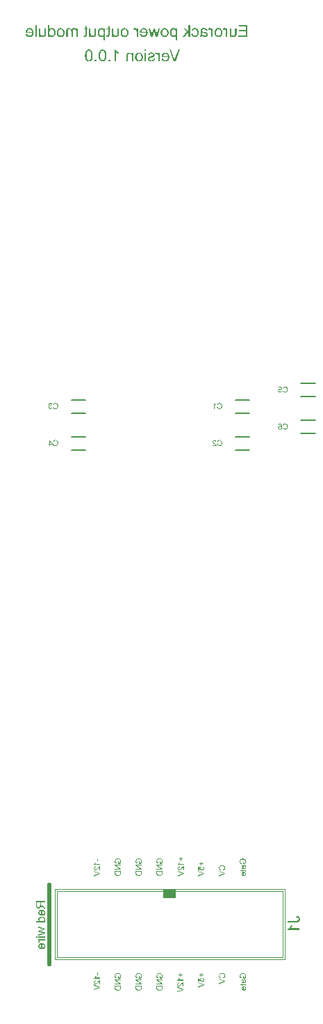
<source format=gbo>
%FSLAX33Y33*%
%MOMM*%
%AMRR-H508000-W10160000-R152400-RO0.500*
21,1,9.8552,0.508,0.,0.,270*
21,1,10.16,0.2032,0.,0.,270*
1,1,0.3048,0.1016,4.9276*
1,1,0.3048,0.1016,-4.9276*
1,1,0.3048,-0.1016,-4.9276*
1,1,0.3048,-0.1016,4.9276*%
%AMRect-W1000000-H1500000-RO0.500*
21,1,1.,1.5,0.,0.,270*%
%ADD10C,0.1*%
%ADD11RR-H508000-W10160000-R152400-RO0.500*%
%ADD12Rect-W1000000-H1500000-RO0.500*%
%ADD13C,0.15*%
D10*
%LNbottom silkscreen_traces*%
%LNbottom silkscreen component aee47269770e5b20*%
G01*
X33400Y21500D02*
X5900Y21500D01*
X5900Y13500*
X33400Y13500*
X33400Y21500*
X33650Y21750D02*
X5650Y21750D01*
X5650Y13250*
X33650Y13250*
X33650Y21750*
D11*
X4975Y17415D03*
D12*
X19650Y21200D03*
G36*
X28639Y11186D02*
X28553Y11186D01*
X28553Y10878D01*
X28823Y10878D01*
X28849Y10914D01*
X28872Y10950D01*
X28892Y10987D01*
X28908Y11025D01*
X28920Y11063D01*
X28929Y11101D01*
X28935Y11140D01*
X28936Y11179D01*
X28934Y11232D01*
X28925Y11282D01*
X28911Y11329D01*
X28891Y11374D01*
X28865Y11415D01*
X28834Y11451D01*
X28799Y11481D01*
X28758Y11506D01*
X28713Y11526D01*
X28666Y11540D01*
X28616Y11548D01*
X28564Y11551D01*
X28512Y11548D01*
X28461Y11540D01*
X28413Y11526D01*
X28366Y11507D01*
X28323Y11482D01*
X28285Y11452D01*
X28254Y11418D01*
X28229Y11379D01*
X28209Y11336D01*
X28195Y11289D01*
X28187Y11240D01*
X28184Y11187D01*
X28186Y11148D01*
X28191Y11112D01*
X28199Y11077D01*
X28210Y11044D01*
X28224Y11014D01*
X28240Y10987D01*
X28259Y10964D01*
X28281Y10944D01*
X28306Y10927D01*
X28334Y10912D01*
X28365Y10900D01*
X28400Y10889D01*
X28424Y10976D01*
X28398Y10985D01*
X28374Y10994D01*
X28354Y11005D01*
X28337Y11017D01*
X28322Y11030D01*
X28308Y11046D01*
X28296Y11065D01*
X28286Y11086D01*
X28277Y11109D01*
X28271Y11134D01*
X28268Y11159D01*
X28267Y11186D01*
X28268Y11218D01*
X28272Y11248D01*
X28278Y11275D01*
X28287Y11300D01*
X28298Y11323D01*
X28310Y11344D01*
X28324Y11362D01*
X28340Y11378D01*
X28356Y11392D01*
X28374Y11404D01*
X28392Y11415D01*
X28412Y11424D01*
X28446Y11436D01*
X28482Y11445D01*
X28519Y11450D01*
X28558Y11452D01*
X28605Y11450D01*
X28647Y11443D01*
X28686Y11433D01*
X28721Y11418D01*
X28751Y11400D01*
X28778Y11377D01*
X28800Y11351D01*
X28818Y11321D01*
X28832Y11288D01*
X28842Y11255D01*
X28848Y11220D01*
X28850Y11185D01*
X28848Y11154D01*
X28844Y11123D01*
X28836Y11093D01*
X28826Y11063D01*
X28813Y11035D01*
X28801Y11010D01*
X28788Y10990D01*
X28774Y10972D01*
X28639Y10972D01*
X28639Y11186D01*
X28639Y11186D01*
X28859Y10404D02*
X28879Y10429D01*
X28881Y10432D01*
X28831Y10466D01*
X28817Y10450D01*
X28800Y10437D01*
X28782Y10426D01*
X28765Y10419D01*
X28744Y10415D01*
X28720Y10412D01*
X28692Y10411D01*
X28660Y10411D01*
X28660Y10411D01*
X28669Y10439D01*
X28678Y10472D01*
X28686Y10512D01*
X28693Y10557D01*
X28697Y10583D01*
X28702Y10604D01*
X28706Y10622D01*
X28711Y10635D01*
X28717Y10646D01*
X28723Y10655D01*
X28731Y10663D01*
X28740Y10670D01*
X28750Y10676D01*
X28760Y10680D01*
X28771Y10682D01*
X28783Y10683D01*
X28800Y10681D01*
X28815Y10676D01*
X28829Y10668D01*
X28842Y10656D01*
X28853Y10641D01*
X28860Y10622D01*
X28864Y10601D01*
X28866Y10577D01*
X28865Y10551D01*
X28860Y10528D01*
X28853Y10506D01*
X28843Y10485D01*
X28831Y10466D01*
X28881Y10432D01*
X28895Y10453D01*
X28908Y10476D01*
X28919Y10499D01*
X28926Y10523D01*
X28932Y10547D01*
X28935Y10572D01*
X28936Y10598D01*
X28933Y10639D01*
X28925Y10675D01*
X28912Y10706D01*
X28893Y10731D01*
X28871Y10752D01*
X28845Y10766D01*
X28817Y10775D01*
X28785Y10778D01*
X28766Y10777D01*
X28748Y10774D01*
X28731Y10768D01*
X28714Y10760D01*
X28699Y10751D01*
X28686Y10740D01*
X28674Y10728D01*
X28663Y10714D01*
X28654Y10700D01*
X28646Y10684D01*
X28639Y10667D01*
X28634Y10650D01*
X28630Y10635D01*
X28627Y10617D01*
X28624Y10595D01*
X28620Y10571D01*
X28614Y10520D01*
X28606Y10477D01*
X28598Y10440D01*
X28590Y10411D01*
X28581Y10411D01*
X28575Y10411D01*
X28570Y10411D01*
X28566Y10411D01*
X28541Y10412D01*
X28520Y10417D01*
X28503Y10425D01*
X28489Y10436D01*
X28476Y10455D01*
X28467Y10479D01*
X28461Y10506D01*
X28459Y10538D01*
X28461Y10567D01*
X28465Y10593D01*
X28472Y10614D01*
X28481Y10631D01*
X28494Y10645D01*
X28512Y10657D01*
X28533Y10667D01*
X28559Y10675D01*
X28547Y10763D01*
X28521Y10756D01*
X28497Y10747D01*
X28476Y10736D01*
X28457Y10723D01*
X28441Y10708D01*
X28426Y10690D01*
X28414Y10669D01*
X28404Y10645D01*
X28396Y10618D01*
X28390Y10589D01*
X28386Y10558D01*
X28385Y10525D01*
X28386Y10493D01*
X28389Y10464D01*
X28394Y10438D01*
X28401Y10415D01*
X28410Y10396D01*
X28419Y10379D01*
X28430Y10365D01*
X28441Y10353D01*
X28454Y10344D01*
X28468Y10336D01*
X28484Y10330D01*
X28502Y10326D01*
X28516Y10324D01*
X28534Y10322D01*
X28557Y10321D01*
X28584Y10321D01*
X28703Y10321D01*
X28760Y10321D01*
X28805Y10320D01*
X28839Y10318D01*
X28861Y10315D01*
X28877Y10312D01*
X28893Y10307D01*
X28909Y10301D01*
X28924Y10293D01*
X28924Y10386D01*
X28910Y10392D01*
X28894Y10397D01*
X28877Y10401D01*
X28859Y10404D01*
X28859Y10404D01*
X28844Y9988D02*
X28923Y9975D01*
X28926Y9993D01*
X28929Y10011D01*
X28930Y10027D01*
X28931Y10042D01*
X28930Y10065D01*
X28927Y10085D01*
X28922Y10103D01*
X28916Y10118D01*
X28907Y10130D01*
X28898Y10141D01*
X28887Y10149D01*
X28875Y10155D01*
X28859Y10160D01*
X28836Y10164D01*
X28806Y10166D01*
X28770Y10166D01*
X28467Y10166D01*
X28467Y10232D01*
X28397Y10232D01*
X28397Y10166D01*
X28267Y10166D01*
X28213Y10077D01*
X28397Y10077D01*
X28397Y9988D01*
X28467Y9988D01*
X28467Y10077D01*
X28775Y10077D01*
X28792Y10077D01*
X28806Y10076D01*
X28817Y10075D01*
X28824Y10073D01*
X28829Y10070D01*
X28834Y10067D01*
X28838Y10062D01*
X28841Y10057D01*
X28844Y10051D01*
X28846Y10044D01*
X28847Y10036D01*
X28848Y10027D01*
X28847Y10019D01*
X28847Y10010D01*
X28846Y9999D01*
X28844Y9988D01*
X28844Y9988D01*
X28754Y9540D02*
X28766Y9447D01*
X28804Y9461D01*
X28838Y9479D01*
X28867Y9501D01*
X28891Y9528D01*
X28911Y9560D01*
X28925Y9596D01*
X28933Y9635D01*
X28936Y9679D01*
X28931Y9734D01*
X28918Y9783D01*
X28896Y9826D01*
X28865Y9862D01*
X28826Y9892D01*
X28779Y9913D01*
X28726Y9926D01*
X28665Y9930D01*
X28602Y9926D01*
X28547Y9913D01*
X28499Y9892D01*
X28459Y9862D01*
X28427Y9825D01*
X28404Y9783D01*
X28390Y9736D01*
X28385Y9684D01*
X28386Y9677D01*
X28459Y9683D01*
X28461Y9713D01*
X28469Y9740D01*
X28482Y9764D01*
X28500Y9787D01*
X28522Y9805D01*
X28548Y9819D01*
X28577Y9828D01*
X28610Y9833D01*
X28610Y9833D01*
X28610Y9539D01*
X28579Y9543D01*
X28552Y9550D01*
X28529Y9560D01*
X28510Y9572D01*
X28488Y9595D01*
X28472Y9621D01*
X28462Y9651D01*
X28459Y9683D01*
X28386Y9677D01*
X28390Y9634D01*
X28403Y9588D01*
X28426Y9547D01*
X28457Y9511D01*
X28497Y9482D01*
X28544Y9461D01*
X28598Y9449D01*
X28660Y9444D01*
X28664Y9445D01*
X28670Y9445D01*
X28676Y9445D01*
X28683Y9445D01*
X28683Y9838D01*
X28724Y9833D01*
X28760Y9823D01*
X28791Y9808D01*
X28816Y9789D01*
X28837Y9765D01*
X28851Y9739D01*
X28860Y9710D01*
X28862Y9679D01*
X28861Y9655D01*
X28856Y9633D01*
X28848Y9613D01*
X28837Y9595D01*
X28822Y9578D01*
X28803Y9564D01*
X28781Y9551D01*
X28754Y9540D01*
X28754Y9540D01*
X26129Y11008D02*
X26153Y10911D01*
X26209Y10930D01*
X26258Y10954D01*
X26299Y10984D01*
X26334Y11020D01*
X26361Y11062D01*
X26381Y11108D01*
X26393Y11158D01*
X26396Y11213D01*
X26393Y11269D01*
X26384Y11319D01*
X26369Y11364D01*
X26349Y11404D01*
X26322Y11438D01*
X26290Y11469D01*
X26253Y11495D01*
X26210Y11516D01*
X26164Y11533D01*
X26116Y11545D01*
X26066Y11552D01*
X26015Y11554D01*
X25960Y11552D01*
X25909Y11544D01*
X25861Y11530D01*
X25817Y11511D01*
X25777Y11487D01*
X25742Y11458D01*
X25713Y11425D01*
X25688Y11387D01*
X25669Y11346D01*
X25655Y11303D01*
X25647Y11258D01*
X25644Y11211D01*
X25648Y11159D01*
X25658Y11111D01*
X25676Y11067D01*
X25700Y11028D01*
X25730Y10993D01*
X25767Y10964D01*
X25809Y10941D01*
X25856Y10924D01*
X25878Y11019D01*
X25841Y11033D01*
X25810Y11050D01*
X25784Y11069D01*
X25763Y11092D01*
X25747Y11118D01*
X25736Y11146D01*
X25729Y11178D01*
X25727Y11213D01*
X25729Y11253D01*
X25737Y11290D01*
X25749Y11323D01*
X25767Y11353D01*
X25789Y11379D01*
X25814Y11401D01*
X25843Y11419D01*
X25875Y11432D01*
X25909Y11442D01*
X25944Y11449D01*
X25979Y11454D01*
X26014Y11455D01*
X26059Y11453D01*
X26101Y11448D01*
X26140Y11440D01*
X26176Y11428D01*
X26209Y11413D01*
X26237Y11394D01*
X26261Y11371D01*
X26280Y11344D01*
X26295Y11315D01*
X26305Y11285D01*
X26312Y11253D01*
X26314Y11221D01*
X26311Y11182D01*
X26302Y11146D01*
X26288Y11113D01*
X26267Y11084D01*
X26241Y11058D01*
X26209Y11037D01*
X26172Y11020D01*
X26129Y11008D01*
X26129Y11008D01*
X26384Y10585D02*
X25657Y10867D01*
X25657Y10763D01*
X26185Y10574D01*
X26216Y10563D01*
X26247Y10553D01*
X26276Y10544D01*
X26304Y10535D01*
X26274Y10527D01*
X26245Y10517D01*
X26215Y10507D01*
X26185Y10496D01*
X25657Y10300D01*
X25657Y10202D01*
X26384Y10486D01*
X26384Y10585D01*
X26384Y10585D01*
X23726Y11351D02*
X23527Y11351D01*
X23527Y11548D01*
X23444Y11548D01*
X23444Y11351D01*
X23246Y11351D01*
X23246Y11266D01*
X23444Y11266D01*
X23444Y11068D01*
X23527Y11068D01*
X23527Y11266D01*
X23726Y11266D01*
X23726Y11351D01*
X23726Y11351D01*
X23654Y10969D02*
X23646Y10876D01*
X23678Y10869D01*
X23706Y10858D01*
X23729Y10845D01*
X23749Y10827D01*
X23764Y10807D01*
X23774Y10786D01*
X23781Y10762D01*
X23783Y10736D01*
X23780Y10705D01*
X23771Y10676D01*
X23756Y10650D01*
X23734Y10627D01*
X23708Y10607D01*
X23678Y10593D01*
X23644Y10585D01*
X23605Y10582D01*
X23569Y10585D01*
X23537Y10593D01*
X23509Y10606D01*
X23485Y10625D01*
X23466Y10648D01*
X23452Y10674D01*
X23443Y10704D01*
X23441Y10737D01*
X23442Y10758D01*
X23446Y10778D01*
X23452Y10797D01*
X23460Y10815D01*
X23471Y10832D01*
X23483Y10846D01*
X23496Y10859D01*
X23511Y10870D01*
X23500Y10954D01*
X23127Y10883D01*
X23127Y10522D01*
X23212Y10522D01*
X23212Y10812D01*
X23407Y10851D01*
X23387Y10818D01*
X23373Y10784D01*
X23365Y10749D01*
X23362Y10714D01*
X23366Y10668D01*
X23378Y10626D01*
X23399Y10587D01*
X23428Y10553D01*
X23463Y10524D01*
X23503Y10504D01*
X23548Y10491D01*
X23597Y10487D01*
X23645Y10491D01*
X23689Y10502D01*
X23730Y10520D01*
X23768Y10545D01*
X23807Y10583D01*
X23834Y10628D01*
X23851Y10678D01*
X23856Y10736D01*
X23853Y10783D01*
X23843Y10826D01*
X23825Y10864D01*
X23801Y10898D01*
X23771Y10926D01*
X23736Y10947D01*
X23697Y10962D01*
X23654Y10969D01*
X23654Y10969D01*
X23844Y10160D02*
X23117Y10442D01*
X23117Y10338D01*
X23645Y10149D01*
X23676Y10138D01*
X23707Y10128D01*
X23736Y10119D01*
X23764Y10111D01*
X23734Y10102D01*
X23705Y10093D01*
X23675Y10082D01*
X23645Y10072D01*
X23117Y9875D01*
X23117Y9777D01*
X23844Y10062D01*
X23844Y10160D01*
X23844Y10160D01*
X21186Y11351D02*
X20987Y11351D01*
X20987Y11548D01*
X20904Y11548D01*
X20904Y11351D01*
X20706Y11351D01*
X20706Y11266D01*
X20904Y11266D01*
X20904Y11068D01*
X20987Y11068D01*
X20987Y11266D01*
X21186Y11266D01*
X21186Y11351D01*
X21186Y11351D01*
X21304Y10633D02*
X21304Y10722D01*
X20735Y10722D01*
X20750Y10740D01*
X20766Y10760D01*
X20781Y10782D01*
X20796Y10807D01*
X20811Y10833D01*
X20823Y10857D01*
X20834Y10880D01*
X20843Y10901D01*
X20756Y10901D01*
X20738Y10865D01*
X20717Y10831D01*
X20695Y10799D01*
X20671Y10770D01*
X20646Y10744D01*
X20622Y10722D01*
X20598Y10704D01*
X20574Y10691D01*
X20574Y10633D01*
X21304Y10633D01*
X21304Y10633D01*
X21218Y9935D02*
X21304Y9935D01*
X21304Y10416D01*
X21288Y10416D01*
X21272Y10414D01*
X21257Y10410D01*
X21242Y10405D01*
X21218Y10395D01*
X21193Y10382D01*
X21169Y10365D01*
X21145Y10347D01*
X21121Y10324D01*
X21094Y10297D01*
X21065Y10266D01*
X21035Y10230D01*
X20989Y10175D01*
X20948Y10130D01*
X20912Y10095D01*
X20881Y10070D01*
X20853Y10051D01*
X20826Y10038D01*
X20799Y10030D01*
X20774Y10028D01*
X20748Y10030D01*
X20725Y10037D01*
X20703Y10049D01*
X20684Y10066D01*
X20668Y10086D01*
X20657Y10110D01*
X20650Y10136D01*
X20648Y10165D01*
X20650Y10195D01*
X20657Y10223D01*
X20669Y10247D01*
X20686Y10268D01*
X20708Y10285D01*
X20733Y10297D01*
X20761Y10305D01*
X20794Y10307D01*
X20784Y10399D01*
X20736Y10391D01*
X20694Y10377D01*
X20658Y10356D01*
X20628Y10328D01*
X20604Y10295D01*
X20587Y10256D01*
X20577Y10212D01*
X20574Y10163D01*
X20577Y10113D01*
X20588Y10069D01*
X20606Y10030D01*
X20632Y9997D01*
X20663Y9970D01*
X20697Y9951D01*
X20734Y9940D01*
X20776Y9936D01*
X20797Y9937D01*
X20819Y9941D01*
X20840Y9946D01*
X20861Y9954D01*
X20883Y9964D01*
X20905Y9978D01*
X20927Y9994D01*
X20950Y10013D01*
X20976Y10037D01*
X21006Y10068D01*
X21040Y10106D01*
X21078Y10151D01*
X21109Y10188D01*
X21135Y10217D01*
X21155Y10239D01*
X21170Y10254D01*
X21182Y10265D01*
X21194Y10275D01*
X21206Y10284D01*
X21218Y10292D01*
X21218Y9935D01*
X21218Y9935D01*
X21304Y9595D02*
X20577Y9877D01*
X20577Y9773D01*
X21105Y9584D01*
X21136Y9573D01*
X21167Y9563D01*
X21196Y9554D01*
X21224Y9546D01*
X21194Y9537D01*
X21165Y9527D01*
X21135Y9517D01*
X21105Y9506D01*
X20577Y9310D01*
X20577Y9212D01*
X21304Y9497D01*
X21304Y9595D01*
X21304Y9595D01*
X10926Y11573D02*
X10836Y11573D01*
X10836Y11298D01*
X10926Y11298D01*
X10926Y11573D01*
X10926Y11573D01*
X11144Y10888D02*
X11144Y10977D01*
X10575Y10977D01*
X10590Y10995D01*
X10606Y11015D01*
X10621Y11037D01*
X10636Y11062D01*
X10651Y11088D01*
X10663Y11112D01*
X10674Y11135D01*
X10683Y11156D01*
X10596Y11156D01*
X10578Y11120D01*
X10557Y11086D01*
X10535Y11054D01*
X10511Y11025D01*
X10486Y10999D01*
X10462Y10977D01*
X10438Y10959D01*
X10414Y10946D01*
X10414Y10888D01*
X11144Y10888D01*
X11144Y10888D01*
X11058Y10190D02*
X11144Y10190D01*
X11144Y10671D01*
X11128Y10671D01*
X11112Y10669D01*
X11097Y10665D01*
X11082Y10660D01*
X11058Y10650D01*
X11033Y10637D01*
X11009Y10620D01*
X10985Y10602D01*
X10961Y10579D01*
X10934Y10552D01*
X10905Y10521D01*
X10875Y10485D01*
X10829Y10430D01*
X10788Y10385D01*
X10752Y10350D01*
X10721Y10325D01*
X10693Y10306D01*
X10666Y10293D01*
X10639Y10286D01*
X10614Y10283D01*
X10588Y10285D01*
X10565Y10292D01*
X10543Y10304D01*
X10524Y10321D01*
X10508Y10341D01*
X10497Y10365D01*
X10490Y10391D01*
X10488Y10420D01*
X10490Y10450D01*
X10497Y10478D01*
X10509Y10502D01*
X10526Y10523D01*
X10548Y10540D01*
X10573Y10552D01*
X10601Y10560D01*
X10634Y10562D01*
X10624Y10654D01*
X10576Y10646D01*
X10534Y10632D01*
X10498Y10611D01*
X10468Y10583D01*
X10444Y10550D01*
X10427Y10511D01*
X10417Y10467D01*
X10414Y10418D01*
X10417Y10368D01*
X10428Y10324D01*
X10446Y10285D01*
X10472Y10252D01*
X10503Y10225D01*
X10537Y10206D01*
X10574Y10195D01*
X10616Y10191D01*
X10637Y10192D01*
X10659Y10196D01*
X10680Y10201D01*
X10701Y10209D01*
X10723Y10219D01*
X10745Y10233D01*
X10767Y10249D01*
X10790Y10268D01*
X10816Y10292D01*
X10846Y10323D01*
X10880Y10361D01*
X10918Y10406D01*
X10949Y10443D01*
X10975Y10472D01*
X10995Y10494D01*
X11010Y10509D01*
X11022Y10520D01*
X11034Y10530D01*
X11046Y10539D01*
X11058Y10547D01*
X11058Y10190D01*
X11058Y10190D01*
X11144Y9850D02*
X10417Y10132D01*
X10417Y10028D01*
X10945Y9839D01*
X10976Y9828D01*
X11007Y9818D01*
X11036Y9809D01*
X11064Y9801D01*
X11034Y9792D01*
X11005Y9782D01*
X10975Y9772D01*
X10945Y9762D01*
X10417Y9565D01*
X10417Y9467D01*
X11144Y9752D01*
X11144Y9850D01*
X11144Y9850D01*
X13399Y11186D02*
X13313Y11186D01*
X13313Y10878D01*
X13583Y10878D01*
X13609Y10914D01*
X13632Y10950D01*
X13652Y10987D01*
X13668Y11025D01*
X13680Y11063D01*
X13689Y11101D01*
X13695Y11140D01*
X13696Y11179D01*
X13694Y11232D01*
X13685Y11282D01*
X13671Y11329D01*
X13651Y11374D01*
X13625Y11415D01*
X13594Y11451D01*
X13559Y11481D01*
X13518Y11506D01*
X13473Y11526D01*
X13426Y11540D01*
X13376Y11548D01*
X13324Y11551D01*
X13272Y11548D01*
X13221Y11540D01*
X13173Y11526D01*
X13126Y11507D01*
X13083Y11482D01*
X13045Y11452D01*
X13014Y11418D01*
X12989Y11379D01*
X12969Y11336D01*
X12955Y11289D01*
X12947Y11240D01*
X12944Y11187D01*
X12946Y11148D01*
X12951Y11112D01*
X12959Y11077D01*
X12970Y11044D01*
X12984Y11014D01*
X13000Y10987D01*
X13019Y10964D01*
X13041Y10944D01*
X13066Y10927D01*
X13094Y10912D01*
X13125Y10900D01*
X13160Y10889D01*
X13184Y10976D01*
X13158Y10985D01*
X13134Y10994D01*
X13114Y11005D01*
X13097Y11017D01*
X13082Y11030D01*
X13068Y11046D01*
X13056Y11065D01*
X13046Y11086D01*
X13037Y11109D01*
X13031Y11134D01*
X13028Y11159D01*
X13027Y11186D01*
X13028Y11218D01*
X13032Y11248D01*
X13038Y11275D01*
X13047Y11300D01*
X13058Y11323D01*
X13070Y11344D01*
X13084Y11362D01*
X13100Y11378D01*
X13116Y11392D01*
X13134Y11404D01*
X13152Y11415D01*
X13172Y11424D01*
X13206Y11436D01*
X13242Y11445D01*
X13279Y11450D01*
X13318Y11452D01*
X13365Y11450D01*
X13407Y11443D01*
X13446Y11433D01*
X13481Y11418D01*
X13511Y11400D01*
X13538Y11377D01*
X13560Y11351D01*
X13578Y11321D01*
X13592Y11288D01*
X13602Y11255D01*
X13608Y11220D01*
X13610Y11185D01*
X13608Y11154D01*
X13604Y11123D01*
X13596Y11093D01*
X13586Y11063D01*
X13573Y11035D01*
X13561Y11010D01*
X13548Y10990D01*
X13534Y10972D01*
X13399Y10972D01*
X13399Y11186D01*
X13399Y11186D01*
X13684Y10737D02*
X12957Y10737D01*
X12957Y10639D01*
X13528Y10257D01*
X12957Y10257D01*
X12957Y10164D01*
X13684Y10164D01*
X13684Y10263D01*
X13113Y10645D01*
X13684Y10645D01*
X13684Y10737D01*
X13684Y10737D01*
X13684Y10003D02*
X12957Y10003D01*
X12957Y9754D01*
X13043Y9754D01*
X13043Y9906D01*
X13598Y9906D01*
X13598Y9906D01*
X13598Y9751D01*
X13597Y9717D01*
X13595Y9687D01*
X13591Y9661D01*
X13585Y9638D01*
X13577Y9619D01*
X13569Y9601D01*
X13559Y9586D01*
X13547Y9573D01*
X13528Y9557D01*
X13507Y9543D01*
X13482Y9530D01*
X13455Y9520D01*
X13425Y9511D01*
X13391Y9505D01*
X13355Y9502D01*
X13315Y9501D01*
X13261Y9503D01*
X13214Y9510D01*
X13173Y9522D01*
X13140Y9538D01*
X13111Y9558D01*
X13088Y9579D01*
X13070Y9603D01*
X13057Y9629D01*
X13051Y9651D01*
X13046Y9680D01*
X13043Y9714D01*
X13043Y9754D01*
X12957Y9754D01*
X12957Y9752D01*
X12957Y9712D01*
X12959Y9677D01*
X12963Y9647D01*
X12967Y9623D01*
X12976Y9592D01*
X12987Y9565D01*
X13002Y9539D01*
X13019Y9516D01*
X13045Y9489D01*
X13075Y9466D01*
X13107Y9446D01*
X13144Y9430D01*
X13183Y9417D01*
X13225Y9408D01*
X13269Y9403D01*
X13316Y9401D01*
X13357Y9403D01*
X13395Y9406D01*
X13430Y9412D01*
X13463Y9421D01*
X13494Y9431D01*
X13522Y9443D01*
X13547Y9456D01*
X13569Y9470D01*
X13589Y9486D01*
X13607Y9502D01*
X13622Y9519D01*
X13635Y9537D01*
X13646Y9555D01*
X13656Y9576D01*
X13665Y9599D01*
X13672Y9623D01*
X13677Y9650D01*
X13681Y9678D01*
X13683Y9708D01*
X13684Y9740D01*
X13684Y10003D01*
X13684Y10003D01*
X15939Y11186D02*
X15853Y11186D01*
X15853Y10878D01*
X16123Y10878D01*
X16149Y10914D01*
X16172Y10950D01*
X16192Y10987D01*
X16208Y11025D01*
X16220Y11063D01*
X16229Y11101D01*
X16235Y11140D01*
X16236Y11179D01*
X16234Y11232D01*
X16225Y11282D01*
X16211Y11329D01*
X16191Y11374D01*
X16165Y11415D01*
X16134Y11451D01*
X16099Y11481D01*
X16058Y11506D01*
X16013Y11526D01*
X15966Y11540D01*
X15916Y11548D01*
X15864Y11551D01*
X15812Y11548D01*
X15761Y11540D01*
X15713Y11526D01*
X15666Y11507D01*
X15623Y11482D01*
X15585Y11452D01*
X15554Y11418D01*
X15529Y11379D01*
X15509Y11336D01*
X15495Y11289D01*
X15487Y11240D01*
X15484Y11187D01*
X15486Y11148D01*
X15491Y11112D01*
X15499Y11077D01*
X15510Y11044D01*
X15524Y11014D01*
X15540Y10987D01*
X15559Y10964D01*
X15581Y10944D01*
X15606Y10927D01*
X15634Y10912D01*
X15665Y10900D01*
X15700Y10889D01*
X15724Y10976D01*
X15698Y10985D01*
X15674Y10994D01*
X15654Y11005D01*
X15637Y11017D01*
X15622Y11030D01*
X15608Y11046D01*
X15596Y11065D01*
X15586Y11086D01*
X15577Y11109D01*
X15571Y11134D01*
X15568Y11159D01*
X15567Y11186D01*
X15568Y11218D01*
X15572Y11248D01*
X15578Y11275D01*
X15587Y11300D01*
X15598Y11323D01*
X15610Y11344D01*
X15624Y11362D01*
X15640Y11378D01*
X15656Y11392D01*
X15674Y11404D01*
X15692Y11415D01*
X15712Y11424D01*
X15746Y11436D01*
X15782Y11445D01*
X15819Y11450D01*
X15858Y11452D01*
X15905Y11450D01*
X15947Y11443D01*
X15986Y11433D01*
X16021Y11418D01*
X16051Y11400D01*
X16078Y11377D01*
X16100Y11351D01*
X16118Y11321D01*
X16132Y11288D01*
X16142Y11255D01*
X16148Y11220D01*
X16150Y11185D01*
X16148Y11154D01*
X16144Y11123D01*
X16136Y11093D01*
X16126Y11063D01*
X16113Y11035D01*
X16101Y11010D01*
X16088Y10990D01*
X16074Y10972D01*
X15939Y10972D01*
X15939Y11186D01*
X15939Y11186D01*
X16224Y10737D02*
X15497Y10737D01*
X15497Y10639D01*
X16068Y10257D01*
X15497Y10257D01*
X15497Y10164D01*
X16224Y10164D01*
X16224Y10263D01*
X15652Y10645D01*
X16224Y10645D01*
X16224Y10737D01*
X16224Y10737D01*
X16224Y10003D02*
X15497Y10003D01*
X15497Y9754D01*
X15583Y9754D01*
X15583Y9906D01*
X16138Y9906D01*
X16138Y9906D01*
X16138Y9751D01*
X16137Y9717D01*
X16135Y9687D01*
X16131Y9661D01*
X16125Y9638D01*
X16117Y9619D01*
X16109Y9601D01*
X16099Y9586D01*
X16087Y9573D01*
X16068Y9557D01*
X16047Y9543D01*
X16022Y9530D01*
X15995Y9520D01*
X15965Y9511D01*
X15931Y9505D01*
X15895Y9502D01*
X15855Y9501D01*
X15801Y9503D01*
X15754Y9510D01*
X15713Y9522D01*
X15680Y9538D01*
X15651Y9558D01*
X15628Y9579D01*
X15610Y9603D01*
X15597Y9629D01*
X15591Y9651D01*
X15586Y9680D01*
X15583Y9714D01*
X15583Y9754D01*
X15497Y9754D01*
X15497Y9752D01*
X15497Y9712D01*
X15499Y9677D01*
X15503Y9647D01*
X15507Y9623D01*
X15516Y9592D01*
X15527Y9565D01*
X15542Y9539D01*
X15559Y9516D01*
X15585Y9489D01*
X15615Y9466D01*
X15647Y9446D01*
X15684Y9430D01*
X15723Y9417D01*
X15765Y9408D01*
X15809Y9403D01*
X15856Y9401D01*
X15897Y9403D01*
X15935Y9406D01*
X15970Y9412D01*
X16003Y9421D01*
X16034Y9431D01*
X16062Y9443D01*
X16087Y9456D01*
X16109Y9470D01*
X16129Y9486D01*
X16147Y9502D01*
X16162Y9519D01*
X16175Y9537D01*
X16186Y9555D01*
X16196Y9576D01*
X16205Y9599D01*
X16212Y9623D01*
X16217Y9650D01*
X16221Y9678D01*
X16223Y9708D01*
X16224Y9740D01*
X16224Y10003D01*
X16224Y10003D01*
X18479Y11186D02*
X18393Y11186D01*
X18393Y10878D01*
X18663Y10878D01*
X18689Y10914D01*
X18712Y10950D01*
X18732Y10987D01*
X18748Y11025D01*
X18760Y11063D01*
X18769Y11101D01*
X18775Y11140D01*
X18776Y11179D01*
X18774Y11232D01*
X18765Y11282D01*
X18751Y11329D01*
X18731Y11374D01*
X18705Y11415D01*
X18674Y11451D01*
X18639Y11481D01*
X18598Y11506D01*
X18553Y11526D01*
X18506Y11540D01*
X18456Y11548D01*
X18404Y11551D01*
X18352Y11548D01*
X18301Y11540D01*
X18253Y11526D01*
X18206Y11507D01*
X18163Y11482D01*
X18125Y11452D01*
X18094Y11418D01*
X18069Y11379D01*
X18049Y11336D01*
X18035Y11289D01*
X18027Y11240D01*
X18024Y11187D01*
X18026Y11148D01*
X18031Y11112D01*
X18039Y11077D01*
X18050Y11044D01*
X18064Y11014D01*
X18080Y10987D01*
X18099Y10964D01*
X18121Y10944D01*
X18146Y10927D01*
X18174Y10912D01*
X18205Y10900D01*
X18240Y10889D01*
X18264Y10976D01*
X18238Y10985D01*
X18214Y10994D01*
X18194Y11005D01*
X18177Y11017D01*
X18162Y11030D01*
X18148Y11046D01*
X18136Y11065D01*
X18126Y11086D01*
X18117Y11109D01*
X18111Y11134D01*
X18108Y11159D01*
X18107Y11186D01*
X18108Y11218D01*
X18112Y11248D01*
X18118Y11275D01*
X18127Y11300D01*
X18138Y11323D01*
X18150Y11344D01*
X18164Y11362D01*
X18180Y11378D01*
X18196Y11392D01*
X18214Y11404D01*
X18232Y11415D01*
X18252Y11424D01*
X18286Y11436D01*
X18322Y11445D01*
X18359Y11450D01*
X18398Y11452D01*
X18445Y11450D01*
X18487Y11443D01*
X18526Y11433D01*
X18561Y11418D01*
X18591Y11400D01*
X18618Y11377D01*
X18640Y11351D01*
X18658Y11321D01*
X18672Y11288D01*
X18682Y11255D01*
X18688Y11220D01*
X18690Y11185D01*
X18688Y11154D01*
X18684Y11123D01*
X18676Y11093D01*
X18666Y11063D01*
X18653Y11035D01*
X18641Y11010D01*
X18628Y10990D01*
X18614Y10972D01*
X18479Y10972D01*
X18479Y11186D01*
X18479Y11186D01*
X18764Y10737D02*
X18037Y10737D01*
X18037Y10639D01*
X18608Y10257D01*
X18037Y10257D01*
X18037Y10164D01*
X18764Y10164D01*
X18764Y10263D01*
X18192Y10645D01*
X18764Y10645D01*
X18764Y10737D01*
X18764Y10737D01*
X18764Y10003D02*
X18037Y10003D01*
X18037Y9754D01*
X18123Y9754D01*
X18123Y9906D01*
X18678Y9906D01*
X18678Y9906D01*
X18678Y9751D01*
X18677Y9717D01*
X18675Y9687D01*
X18671Y9661D01*
X18665Y9638D01*
X18657Y9619D01*
X18649Y9601D01*
X18639Y9586D01*
X18627Y9573D01*
X18608Y9557D01*
X18587Y9543D01*
X18562Y9530D01*
X18535Y9520D01*
X18505Y9511D01*
X18471Y9505D01*
X18435Y9502D01*
X18395Y9501D01*
X18341Y9503D01*
X18294Y9510D01*
X18253Y9522D01*
X18220Y9538D01*
X18191Y9558D01*
X18168Y9579D01*
X18150Y9603D01*
X18137Y9629D01*
X18131Y9651D01*
X18126Y9680D01*
X18123Y9714D01*
X18123Y9754D01*
X18037Y9754D01*
X18037Y9752D01*
X18037Y9712D01*
X18039Y9677D01*
X18043Y9647D01*
X18047Y9623D01*
X18056Y9592D01*
X18067Y9565D01*
X18082Y9539D01*
X18099Y9516D01*
X18125Y9489D01*
X18155Y9466D01*
X18187Y9446D01*
X18224Y9430D01*
X18263Y9417D01*
X18305Y9408D01*
X18349Y9403D01*
X18396Y9401D01*
X18437Y9403D01*
X18475Y9406D01*
X18510Y9412D01*
X18543Y9421D01*
X18574Y9431D01*
X18602Y9443D01*
X18627Y9456D01*
X18649Y9470D01*
X18669Y9486D01*
X18687Y9502D01*
X18702Y9519D01*
X18715Y9537D01*
X18726Y9555D01*
X18736Y9576D01*
X18745Y9599D01*
X18752Y9623D01*
X18757Y9650D01*
X18761Y9678D01*
X18763Y9708D01*
X18764Y9740D01*
X18764Y10003D01*
X18764Y10003D01*
X4442Y20302D02*
X3351Y20302D01*
X3351Y19818D01*
X3353Y19750D01*
X3358Y19690D01*
X3368Y19639D01*
X3380Y19596D01*
X3398Y19560D01*
X3421Y19528D01*
X3450Y19500D01*
X3484Y19475D01*
X3522Y19455D01*
X3563Y19441D01*
X3605Y19433D01*
X3649Y19430D01*
X3705Y19434D01*
X3756Y19449D01*
X3802Y19472D01*
X3844Y19505D01*
X3881Y19548D01*
X3910Y19601D01*
X3931Y19664D01*
X3938Y19700D01*
X3821Y19723D01*
X3812Y19692D01*
X3800Y19666D01*
X3785Y19643D01*
X3768Y19624D01*
X3747Y19608D01*
X3724Y19595D01*
X3700Y19586D01*
X3675Y19580D01*
X3649Y19579D01*
X3612Y19582D01*
X3578Y19593D01*
X3548Y19610D01*
X3521Y19635D01*
X3500Y19667D01*
X3484Y19707D01*
X3475Y19756D01*
X3472Y19812D01*
X3472Y20158D01*
X3833Y20158D01*
X3833Y20158D01*
X3833Y19847D01*
X3831Y19800D01*
X3827Y19759D01*
X3821Y19723D01*
X3938Y19700D01*
X3946Y19737D01*
X3959Y19710D01*
X3973Y19687D01*
X3987Y19667D01*
X4000Y19650D01*
X4031Y19619D01*
X4065Y19588D01*
X4103Y19559D01*
X4145Y19530D01*
X4442Y19340D01*
X4442Y19522D01*
X4215Y19666D01*
X4169Y19697D01*
X4128Y19724D01*
X4094Y19749D01*
X4065Y19771D01*
X4041Y19790D01*
X4020Y19809D01*
X4004Y19827D01*
X3992Y19844D01*
X3982Y19860D01*
X3974Y19877D01*
X3968Y19893D01*
X3963Y19910D01*
X3960Y19924D01*
X3959Y19942D01*
X3958Y19964D01*
X3958Y19990D01*
X3958Y20158D01*
X4442Y20158D01*
X4442Y20302D01*
X4442Y20302D01*
X4188Y18680D02*
X4205Y18541D01*
X4262Y18561D01*
X4312Y18588D01*
X4356Y18622D01*
X4393Y18663D01*
X4422Y18710D01*
X4443Y18763D01*
X4456Y18823D01*
X4460Y18889D01*
X4453Y18971D01*
X4433Y19044D01*
X4400Y19108D01*
X4353Y19164D01*
X4294Y19208D01*
X4225Y19240D01*
X4145Y19259D01*
X4054Y19265D01*
X3959Y19259D01*
X3876Y19240D01*
X3805Y19208D01*
X3744Y19163D01*
X3696Y19107D01*
X3661Y19045D01*
X3641Y18974D01*
X3634Y18896D01*
X3635Y18885D01*
X3744Y18895D01*
X3748Y18939D01*
X3759Y18980D01*
X3779Y19017D01*
X3806Y19050D01*
X3839Y19078D01*
X3878Y19099D01*
X3922Y19113D01*
X3971Y19119D01*
X3971Y19119D01*
X3971Y18678D01*
X3924Y18685D01*
X3884Y18695D01*
X3849Y18710D01*
X3821Y18729D01*
X3788Y18763D01*
X3763Y18802D01*
X3749Y18846D01*
X3744Y18895D01*
X3635Y18885D01*
X3641Y18821D01*
X3661Y18752D01*
X3695Y18691D01*
X3742Y18637D01*
X3801Y18593D01*
X3872Y18562D01*
X3953Y18543D01*
X4045Y18537D01*
X4052Y18537D01*
X4060Y18537D01*
X4070Y18537D01*
X4081Y18538D01*
X4081Y19127D01*
X4142Y19119D01*
X4196Y19105D01*
X4242Y19083D01*
X4281Y19053D01*
X4311Y19018D01*
X4332Y18979D01*
X4345Y18935D01*
X4350Y18888D01*
X4347Y18853D01*
X4340Y18820D01*
X4328Y18790D01*
X4311Y18762D01*
X4289Y18738D01*
X4261Y18716D01*
X4227Y18696D01*
X4188Y18680D01*
X4188Y18680D01*
X4442Y17860D02*
X4342Y17860D01*
X4280Y17921D01*
X4278Y17919D01*
X4237Y17893D01*
X4187Y17873D01*
X4128Y17862D01*
X4059Y17858D01*
X3983Y17862D01*
X3918Y17874D01*
X3864Y17893D01*
X3821Y17921D01*
X3787Y17954D01*
X3764Y17990D01*
X3749Y18031D01*
X3745Y18075D01*
X3749Y18117D01*
X3763Y18157D01*
X3786Y18192D01*
X3818Y18224D01*
X3859Y18250D01*
X3912Y18269D01*
X3974Y18280D01*
X4048Y18284D01*
X4048Y18284D01*
X4119Y18280D01*
X4180Y18268D01*
X4232Y18248D01*
X4275Y18220D01*
X4307Y18186D01*
X4331Y18150D01*
X4345Y18111D01*
X4350Y18069D01*
X4345Y18026D01*
X4332Y17987D01*
X4309Y17952D01*
X4280Y17921D01*
X4342Y17860D01*
X4394Y17902D01*
X4430Y17953D01*
X4453Y18013D01*
X4460Y18081D01*
X4457Y18128D01*
X4447Y18172D01*
X4431Y18215D01*
X4408Y18255D01*
X4379Y18292D01*
X4345Y18325D01*
X4306Y18354D01*
X4262Y18378D01*
X4214Y18397D01*
X4162Y18411D01*
X4107Y18419D01*
X4048Y18421D01*
X3990Y18419D01*
X3935Y18412D01*
X3882Y18399D01*
X3833Y18382D01*
X3788Y18360D01*
X3748Y18333D01*
X3714Y18301D01*
X3685Y18264D01*
X3663Y18223D01*
X3647Y18180D01*
X3637Y18135D01*
X3634Y18087D01*
X3636Y18053D01*
X3641Y18020D01*
X3651Y17989D01*
X3664Y17960D01*
X3680Y17933D01*
X3699Y17909D01*
X3719Y17888D01*
X3743Y17869D01*
X3351Y17869D01*
X3351Y17736D01*
X4442Y17736D01*
X4442Y17860D01*
X4442Y17860D01*
X4442Y16956D02*
X3652Y17198D01*
X3652Y17060D01*
X4108Y16934D01*
X4278Y16887D01*
X4263Y16883D01*
X4230Y16875D01*
X4181Y16863D01*
X4115Y16846D01*
X3652Y16720D01*
X3652Y16583D01*
X4110Y16464D01*
X4261Y16425D01*
X4109Y16379D01*
X3652Y16244D01*
X3652Y16114D01*
X4442Y16361D01*
X4442Y16500D01*
X3969Y16626D01*
X3834Y16656D01*
X4442Y16816D01*
X4442Y16956D01*
X4442Y16956D01*
X4442Y16001D02*
X3652Y16001D01*
X3652Y15867D01*
X4442Y15867D01*
X4442Y16001D01*
X4442Y16001D01*
X3505Y16001D02*
X3351Y16001D01*
X3351Y15867D01*
X3505Y15867D01*
X3505Y16001D01*
X3505Y16001D01*
X4442Y15664D02*
X3652Y15664D01*
X3652Y15544D01*
X3772Y15544D01*
X3733Y15521D01*
X3702Y15499D01*
X3678Y15479D01*
X3661Y15459D01*
X3649Y15439D01*
X3641Y15418D01*
X3636Y15396D01*
X3634Y15373D01*
X3637Y15339D01*
X3645Y15304D01*
X3658Y15270D01*
X3677Y15235D01*
X3801Y15281D01*
X3789Y15306D01*
X3780Y15330D01*
X3774Y15355D01*
X3772Y15379D01*
X3774Y15401D01*
X3779Y15421D01*
X3787Y15440D01*
X3799Y15458D01*
X3813Y15475D01*
X3830Y15488D01*
X3850Y15499D01*
X3872Y15508D01*
X3909Y15518D01*
X3947Y15525D01*
X3987Y15529D01*
X4028Y15530D01*
X4442Y15530D01*
X4442Y15664D01*
X4442Y15664D01*
X4188Y14614D02*
X4205Y14476D01*
X4262Y14496D01*
X4312Y14523D01*
X4356Y14557D01*
X4393Y14597D01*
X4422Y14645D01*
X4443Y14698D01*
X4456Y14758D01*
X4460Y14824D01*
X4453Y14906D01*
X4433Y14979D01*
X4400Y15043D01*
X4353Y15099D01*
X4294Y15143D01*
X4225Y15175D01*
X4145Y15194D01*
X4054Y15200D01*
X3959Y15194D01*
X3876Y15174D01*
X3805Y15142D01*
X3744Y15097D01*
X3696Y15042D01*
X3661Y14979D01*
X3641Y14909D01*
X3634Y14831D01*
X3635Y14820D01*
X3744Y14830D01*
X3748Y14874D01*
X3759Y14914D01*
X3779Y14951D01*
X3806Y14985D01*
X3839Y15013D01*
X3878Y15033D01*
X3922Y15047D01*
X3971Y15054D01*
X3971Y15054D01*
X3971Y14613D01*
X3924Y14619D01*
X3884Y14630D01*
X3849Y14645D01*
X3821Y14664D01*
X3788Y14698D01*
X3763Y14737D01*
X3749Y14781D01*
X3744Y14830D01*
X3635Y14820D01*
X3641Y14755D01*
X3661Y14687D01*
X3695Y14626D01*
X3742Y14572D01*
X3801Y14528D01*
X3872Y14497D01*
X3953Y14478D01*
X4045Y14472D01*
X4052Y14472D01*
X4060Y14472D01*
X4070Y14472D01*
X4081Y14472D01*
X4081Y15062D01*
X4142Y15054D01*
X4196Y15040D01*
X4242Y15017D01*
X4281Y14988D01*
X4311Y14953D01*
X4332Y14914D01*
X4345Y14870D01*
X4350Y14823D01*
X4347Y14787D01*
X4340Y14755D01*
X4328Y14724D01*
X4311Y14697D01*
X4289Y14672D01*
X4261Y14650D01*
X4227Y14631D01*
X4188Y14614D01*
X4188Y14614D01*
X10926Y25439D02*
X10836Y25439D01*
X10836Y25165D01*
X10926Y25165D01*
X10926Y25439D01*
X10926Y25439D01*
X11144Y24754D02*
X11144Y24844D01*
X10575Y24844D01*
X10590Y24861D01*
X10606Y24881D01*
X10621Y24903D01*
X10636Y24928D01*
X10651Y24954D01*
X10663Y24978D01*
X10674Y25001D01*
X10683Y25022D01*
X10596Y25022D01*
X10578Y24986D01*
X10557Y24952D01*
X10535Y24920D01*
X10511Y24891D01*
X10486Y24865D01*
X10462Y24843D01*
X10438Y24826D01*
X10414Y24812D01*
X10414Y24754D01*
X11144Y24754D01*
X11144Y24754D01*
X11058Y24056D02*
X11144Y24056D01*
X11144Y24537D01*
X11128Y24537D01*
X11112Y24535D01*
X11097Y24531D01*
X11082Y24527D01*
X11058Y24516D01*
X11033Y24503D01*
X11009Y24487D01*
X10985Y24468D01*
X10961Y24445D01*
X10934Y24418D01*
X10905Y24387D01*
X10875Y24351D01*
X10829Y24296D01*
X10788Y24252D01*
X10752Y24216D01*
X10721Y24191D01*
X10693Y24172D01*
X10666Y24159D01*
X10639Y24152D01*
X10614Y24149D01*
X10588Y24151D01*
X10565Y24159D01*
X10543Y24170D01*
X10524Y24187D01*
X10508Y24207D01*
X10497Y24231D01*
X10490Y24257D01*
X10488Y24286D01*
X10490Y24317D01*
X10497Y24344D01*
X10509Y24368D01*
X10526Y24389D01*
X10548Y24406D01*
X10573Y24418D01*
X10601Y24426D01*
X10634Y24428D01*
X10624Y24520D01*
X10576Y24512D01*
X10534Y24498D01*
X10498Y24477D01*
X10468Y24449D01*
X10444Y24416D01*
X10427Y24377D01*
X10417Y24333D01*
X10414Y24284D01*
X10417Y24234D01*
X10428Y24190D01*
X10446Y24152D01*
X10472Y24118D01*
X10503Y24092D01*
X10537Y24073D01*
X10574Y24061D01*
X10616Y24057D01*
X10637Y24058D01*
X10659Y24062D01*
X10680Y24067D01*
X10701Y24075D01*
X10723Y24086D01*
X10745Y24099D01*
X10767Y24115D01*
X10790Y24134D01*
X10816Y24159D01*
X10846Y24190D01*
X10880Y24227D01*
X10918Y24272D01*
X10949Y24309D01*
X10975Y24338D01*
X10995Y24360D01*
X11010Y24375D01*
X11022Y24386D01*
X11034Y24396D01*
X11046Y24405D01*
X11058Y24413D01*
X11058Y24056D01*
X11058Y24056D01*
X11144Y23716D02*
X10417Y23998D01*
X10417Y23894D01*
X10945Y23705D01*
X10976Y23694D01*
X11007Y23684D01*
X11036Y23675D01*
X11064Y23667D01*
X11034Y23658D01*
X11005Y23649D01*
X10975Y23638D01*
X10945Y23628D01*
X10417Y23431D01*
X10417Y23333D01*
X11144Y23618D01*
X11144Y23716D01*
X11144Y23716D01*
X28639Y25109D02*
X28553Y25109D01*
X28553Y24801D01*
X28823Y24801D01*
X28849Y24837D01*
X28872Y24873D01*
X28892Y24910D01*
X28908Y24947D01*
X28920Y24985D01*
X28929Y25024D01*
X28935Y25063D01*
X28936Y25102D01*
X28934Y25154D01*
X28925Y25204D01*
X28911Y25252D01*
X28891Y25297D01*
X28865Y25338D01*
X28834Y25374D01*
X28799Y25404D01*
X28758Y25429D01*
X28713Y25448D01*
X28666Y25462D01*
X28616Y25471D01*
X28564Y25474D01*
X28512Y25471D01*
X28461Y25463D01*
X28413Y25449D01*
X28366Y25429D01*
X28323Y25405D01*
X28285Y25375D01*
X28254Y25341D01*
X28229Y25301D01*
X28209Y25258D01*
X28195Y25212D01*
X28187Y25162D01*
X28184Y25109D01*
X28186Y25071D01*
X28191Y25034D01*
X28199Y25000D01*
X28210Y24967D01*
X28224Y24937D01*
X28240Y24910D01*
X28259Y24887D01*
X28281Y24867D01*
X28306Y24850D01*
X28334Y24835D01*
X28365Y24822D01*
X28400Y24812D01*
X28424Y24899D01*
X28398Y24907D01*
X28374Y24917D01*
X28354Y24928D01*
X28337Y24939D01*
X28322Y24953D01*
X28308Y24969D01*
X28296Y24988D01*
X28286Y25009D01*
X28277Y25032D01*
X28271Y25056D01*
X28268Y25082D01*
X28267Y25109D01*
X28268Y25141D01*
X28272Y25170D01*
X28278Y25198D01*
X28287Y25223D01*
X28298Y25246D01*
X28310Y25267D01*
X28324Y25285D01*
X28340Y25301D01*
X28356Y25315D01*
X28374Y25327D01*
X28392Y25338D01*
X28412Y25347D01*
X28446Y25359D01*
X28482Y25367D01*
X28519Y25373D01*
X28558Y25374D01*
X28605Y25372D01*
X28647Y25366D01*
X28686Y25356D01*
X28721Y25341D01*
X28751Y25322D01*
X28778Y25300D01*
X28800Y25274D01*
X28818Y25243D01*
X28832Y25211D01*
X28842Y25177D01*
X28848Y25143D01*
X28850Y25107D01*
X28848Y25076D01*
X28844Y25046D01*
X28836Y25015D01*
X28826Y24985D01*
X28813Y24957D01*
X28801Y24933D01*
X28788Y24912D01*
X28774Y24895D01*
X28639Y24895D01*
X28639Y25109D01*
X28639Y25109D01*
X28859Y24327D02*
X28879Y24351D01*
X28881Y24355D01*
X28831Y24389D01*
X28817Y24373D01*
X28800Y24359D01*
X28782Y24348D01*
X28765Y24342D01*
X28744Y24338D01*
X28720Y24335D01*
X28692Y24334D01*
X28660Y24334D01*
X28660Y24334D01*
X28669Y24361D01*
X28678Y24395D01*
X28686Y24434D01*
X28693Y24480D01*
X28697Y24505D01*
X28702Y24527D01*
X28706Y24544D01*
X28711Y24558D01*
X28717Y24569D01*
X28723Y24578D01*
X28731Y24586D01*
X28740Y24593D01*
X28750Y24598D01*
X28760Y24602D01*
X28771Y24605D01*
X28783Y24605D01*
X28800Y24604D01*
X28815Y24599D01*
X28829Y24590D01*
X28842Y24578D01*
X28853Y24563D01*
X28860Y24545D01*
X28864Y24524D01*
X28866Y24499D01*
X28865Y24474D01*
X28860Y24451D01*
X28853Y24428D01*
X28843Y24407D01*
X28831Y24389D01*
X28881Y24355D01*
X28895Y24375D01*
X28908Y24399D01*
X28919Y24422D01*
X28926Y24445D01*
X28932Y24470D01*
X28935Y24495D01*
X28936Y24521D01*
X28933Y24561D01*
X28925Y24597D01*
X28912Y24628D01*
X28893Y24654D01*
X28871Y24674D01*
X28845Y24689D01*
X28817Y24698D01*
X28785Y24701D01*
X28766Y24700D01*
X28748Y24696D01*
X28731Y24691D01*
X28714Y24683D01*
X28699Y24674D01*
X28686Y24663D01*
X28674Y24651D01*
X28663Y24637D01*
X28654Y24622D01*
X28646Y24607D01*
X28639Y24590D01*
X28634Y24573D01*
X28630Y24558D01*
X28627Y24540D01*
X28624Y24518D01*
X28620Y24493D01*
X28614Y24443D01*
X28606Y24399D01*
X28598Y24363D01*
X28590Y24334D01*
X28581Y24334D01*
X28575Y24334D01*
X28570Y24334D01*
X28566Y24334D01*
X28541Y24335D01*
X28520Y24340D01*
X28503Y24348D01*
X28489Y24359D01*
X28476Y24378D01*
X28467Y24401D01*
X28461Y24429D01*
X28459Y24461D01*
X28461Y24490D01*
X28465Y24515D01*
X28472Y24537D01*
X28481Y24554D01*
X28494Y24568D01*
X28512Y24580D01*
X28533Y24590D01*
X28559Y24598D01*
X28547Y24685D01*
X28521Y24678D01*
X28497Y24670D01*
X28476Y24659D01*
X28457Y24646D01*
X28441Y24631D01*
X28426Y24613D01*
X28414Y24592D01*
X28404Y24567D01*
X28396Y24540D01*
X28390Y24512D01*
X28386Y24481D01*
X28385Y24448D01*
X28386Y24416D01*
X28389Y24387D01*
X28394Y24361D01*
X28401Y24338D01*
X28410Y24318D01*
X28419Y24301D01*
X28430Y24287D01*
X28441Y24276D01*
X28454Y24267D01*
X28468Y24259D01*
X28484Y24253D01*
X28502Y24248D01*
X28516Y24246D01*
X28534Y24245D01*
X28557Y24244D01*
X28584Y24244D01*
X28703Y24244D01*
X28760Y24243D01*
X28805Y24242D01*
X28839Y24241D01*
X28861Y24238D01*
X28877Y24235D01*
X28893Y24230D01*
X28909Y24223D01*
X28924Y24215D01*
X28924Y24309D01*
X28910Y24315D01*
X28894Y24320D01*
X28877Y24324D01*
X28859Y24327D01*
X28859Y24327D01*
X28844Y23910D02*
X28923Y23897D01*
X28926Y23916D01*
X28929Y23933D01*
X28930Y23950D01*
X28931Y23965D01*
X28930Y23988D01*
X28927Y24008D01*
X28922Y24026D01*
X28916Y24040D01*
X28907Y24053D01*
X28898Y24063D01*
X28887Y24072D01*
X28875Y24078D01*
X28859Y24083D01*
X28836Y24086D01*
X28806Y24088D01*
X28770Y24089D01*
X28467Y24089D01*
X28467Y24154D01*
X28397Y24154D01*
X28397Y24089D01*
X28267Y24089D01*
X28213Y24000D01*
X28397Y24000D01*
X28397Y23910D01*
X28467Y23910D01*
X28467Y24000D01*
X28775Y24000D01*
X28792Y24000D01*
X28806Y23999D01*
X28817Y23998D01*
X28824Y23995D01*
X28829Y23993D01*
X28834Y23989D01*
X28838Y23985D01*
X28841Y23980D01*
X28844Y23974D01*
X28846Y23967D01*
X28847Y23959D01*
X28848Y23950D01*
X28847Y23942D01*
X28847Y23932D01*
X28846Y23922D01*
X28844Y23910D01*
X28844Y23910D01*
X28754Y23462D02*
X28766Y23370D01*
X28804Y23383D01*
X28838Y23401D01*
X28867Y23424D01*
X28891Y23451D01*
X28911Y23483D01*
X28925Y23518D01*
X28933Y23558D01*
X28936Y23602D01*
X28931Y23657D01*
X28918Y23705D01*
X28896Y23748D01*
X28865Y23785D01*
X28826Y23815D01*
X28779Y23836D01*
X28726Y23849D01*
X28665Y23853D01*
X28602Y23849D01*
X28547Y23836D01*
X28499Y23814D01*
X28459Y23784D01*
X28427Y23748D01*
X28404Y23706D01*
X28390Y23659D01*
X28385Y23607D01*
X28386Y23599D01*
X28459Y23606D01*
X28461Y23635D01*
X28469Y23662D01*
X28482Y23687D01*
X28500Y23709D01*
X28522Y23728D01*
X28548Y23742D01*
X28577Y23751D01*
X28610Y23756D01*
X28610Y23756D01*
X28610Y23461D01*
X28579Y23466D01*
X28552Y23473D01*
X28529Y23483D01*
X28510Y23495D01*
X28488Y23518D01*
X28472Y23544D01*
X28462Y23573D01*
X28459Y23606D01*
X28386Y23599D01*
X28390Y23556D01*
X28403Y23511D01*
X28426Y23470D01*
X28457Y23434D01*
X28497Y23405D01*
X28544Y23384D01*
X28598Y23371D01*
X28660Y23367D01*
X28664Y23367D01*
X28670Y23367D01*
X28676Y23367D01*
X28683Y23368D01*
X28683Y23761D01*
X28724Y23756D01*
X28760Y23746D01*
X28791Y23731D01*
X28816Y23711D01*
X28837Y23688D01*
X28851Y23662D01*
X28860Y23633D01*
X28862Y23601D01*
X28861Y23578D01*
X28856Y23556D01*
X28848Y23536D01*
X28837Y23517D01*
X28822Y23501D01*
X28803Y23486D01*
X28781Y23473D01*
X28754Y23462D01*
X28754Y23462D01*
X26129Y24139D02*
X26153Y24043D01*
X26209Y24061D01*
X26258Y24085D01*
X26299Y24115D01*
X26334Y24152D01*
X26361Y24193D01*
X26381Y24239D01*
X26393Y24289D01*
X26396Y24344D01*
X26393Y24400D01*
X26384Y24451D01*
X26369Y24496D01*
X26349Y24535D01*
X26322Y24570D01*
X26290Y24600D01*
X26253Y24626D01*
X26210Y24647D01*
X26164Y24664D01*
X26116Y24676D01*
X26066Y24683D01*
X26015Y24686D01*
X25960Y24683D01*
X25909Y24675D01*
X25861Y24661D01*
X25817Y24642D01*
X25777Y24618D01*
X25742Y24590D01*
X25713Y24557D01*
X25688Y24519D01*
X25669Y24478D01*
X25655Y24435D01*
X25647Y24390D01*
X25644Y24343D01*
X25648Y24290D01*
X25658Y24242D01*
X25676Y24198D01*
X25700Y24159D01*
X25730Y24125D01*
X25767Y24096D01*
X25809Y24073D01*
X25856Y24055D01*
X25878Y24150D01*
X25841Y24164D01*
X25810Y24181D01*
X25784Y24201D01*
X25763Y24223D01*
X25747Y24249D01*
X25736Y24278D01*
X25729Y24310D01*
X25727Y24344D01*
X25729Y24385D01*
X25737Y24421D01*
X25749Y24455D01*
X25767Y24485D01*
X25789Y24511D01*
X25814Y24533D01*
X25843Y24550D01*
X25875Y24564D01*
X25909Y24574D01*
X25944Y24581D01*
X25979Y24585D01*
X26014Y24587D01*
X26059Y24585D01*
X26101Y24580D01*
X26140Y24571D01*
X26176Y24560D01*
X26209Y24544D01*
X26237Y24525D01*
X26261Y24502D01*
X26280Y24475D01*
X26295Y24446D01*
X26305Y24416D01*
X26312Y24385D01*
X26314Y24352D01*
X26311Y24313D01*
X26302Y24277D01*
X26288Y24245D01*
X26267Y24215D01*
X26241Y24189D01*
X26209Y24168D01*
X26172Y24151D01*
X26129Y24139D01*
X26129Y24139D01*
X26384Y23716D02*
X25657Y23998D01*
X25657Y23894D01*
X26185Y23705D01*
X26216Y23694D01*
X26247Y23684D01*
X26276Y23675D01*
X26304Y23667D01*
X26274Y23658D01*
X26245Y23649D01*
X26215Y23638D01*
X26185Y23628D01*
X25657Y23431D01*
X25657Y23333D01*
X26384Y23618D01*
X26384Y23716D01*
X26384Y23716D01*
X13399Y25164D02*
X13313Y25164D01*
X13313Y24856D01*
X13583Y24856D01*
X13609Y24892D01*
X13632Y24928D01*
X13652Y24965D01*
X13668Y25002D01*
X13680Y25040D01*
X13689Y25079D01*
X13695Y25118D01*
X13696Y25157D01*
X13694Y25209D01*
X13685Y25259D01*
X13671Y25307D01*
X13651Y25352D01*
X13625Y25393D01*
X13594Y25429D01*
X13559Y25459D01*
X13518Y25484D01*
X13473Y25504D01*
X13426Y25518D01*
X13376Y25526D01*
X13324Y25529D01*
X13272Y25526D01*
X13221Y25518D01*
X13173Y25504D01*
X13126Y25484D01*
X13083Y25460D01*
X13045Y25430D01*
X13014Y25396D01*
X12989Y25357D01*
X12969Y25313D01*
X12955Y25267D01*
X12947Y25217D01*
X12944Y25165D01*
X12946Y25126D01*
X12951Y25089D01*
X12959Y25055D01*
X12970Y25022D01*
X12984Y24992D01*
X13000Y24965D01*
X13019Y24942D01*
X13041Y24922D01*
X13066Y24905D01*
X13094Y24890D01*
X13125Y24877D01*
X13160Y24867D01*
X13184Y24954D01*
X13158Y24962D01*
X13134Y24972D01*
X13114Y24983D01*
X13097Y24994D01*
X13082Y25008D01*
X13068Y25024D01*
X13056Y25043D01*
X13046Y25064D01*
X13037Y25087D01*
X13031Y25111D01*
X13028Y25137D01*
X13027Y25164D01*
X13028Y25196D01*
X13032Y25226D01*
X13038Y25253D01*
X13047Y25278D01*
X13058Y25301D01*
X13070Y25322D01*
X13084Y25340D01*
X13100Y25356D01*
X13116Y25370D01*
X13134Y25382D01*
X13152Y25393D01*
X13172Y25402D01*
X13206Y25414D01*
X13242Y25423D01*
X13279Y25428D01*
X13318Y25429D01*
X13365Y25427D01*
X13407Y25421D01*
X13446Y25411D01*
X13481Y25396D01*
X13511Y25377D01*
X13538Y25355D01*
X13560Y25329D01*
X13578Y25298D01*
X13592Y25266D01*
X13602Y25233D01*
X13608Y25198D01*
X13610Y25163D01*
X13608Y25132D01*
X13604Y25101D01*
X13596Y25070D01*
X13586Y25041D01*
X13573Y25013D01*
X13561Y24988D01*
X13548Y24967D01*
X13534Y24950D01*
X13399Y24950D01*
X13399Y25164D01*
X13399Y25164D01*
X13684Y24715D02*
X12957Y24715D01*
X12957Y24616D01*
X13528Y24234D01*
X12957Y24234D01*
X12957Y24142D01*
X13684Y24142D01*
X13684Y24241D01*
X13113Y24623D01*
X13684Y24623D01*
X13684Y24715D01*
X13684Y24715D01*
X13684Y23980D02*
X12957Y23980D01*
X12957Y23731D01*
X13043Y23731D01*
X13043Y23884D01*
X13598Y23884D01*
X13598Y23884D01*
X13598Y23729D01*
X13597Y23695D01*
X13595Y23665D01*
X13591Y23638D01*
X13585Y23616D01*
X13577Y23597D01*
X13569Y23579D01*
X13559Y23564D01*
X13547Y23551D01*
X13528Y23535D01*
X13507Y23520D01*
X13482Y23508D01*
X13455Y23497D01*
X13425Y23489D01*
X13391Y23483D01*
X13355Y23479D01*
X13315Y23478D01*
X13261Y23481D01*
X13214Y23488D01*
X13173Y23499D01*
X13140Y23516D01*
X13111Y23535D01*
X13088Y23557D01*
X13070Y23581D01*
X13057Y23607D01*
X13051Y23629D01*
X13046Y23657D01*
X13043Y23691D01*
X13043Y23731D01*
X12957Y23731D01*
X12957Y23730D01*
X12957Y23690D01*
X12959Y23655D01*
X12963Y23625D01*
X12967Y23600D01*
X12976Y23570D01*
X12987Y23542D01*
X13002Y23517D01*
X13019Y23494D01*
X13045Y23467D01*
X13075Y23443D01*
X13107Y23424D01*
X13144Y23408D01*
X13183Y23395D01*
X13225Y23386D01*
X13269Y23381D01*
X13316Y23379D01*
X13357Y23380D01*
X13395Y23384D01*
X13430Y23390D01*
X13463Y23398D01*
X13494Y23409D01*
X13522Y23421D01*
X13547Y23434D01*
X13569Y23448D01*
X13589Y23464D01*
X13607Y23480D01*
X13622Y23497D01*
X13635Y23514D01*
X13646Y23533D01*
X13656Y23554D01*
X13665Y23577D01*
X13672Y23601D01*
X13677Y23627D01*
X13681Y23656D01*
X13683Y23686D01*
X13684Y23718D01*
X13684Y23980D01*
X13684Y23980D01*
X15939Y25164D02*
X15853Y25164D01*
X15853Y24856D01*
X16123Y24856D01*
X16149Y24892D01*
X16172Y24928D01*
X16192Y24965D01*
X16208Y25002D01*
X16220Y25040D01*
X16229Y25079D01*
X16235Y25118D01*
X16236Y25157D01*
X16234Y25209D01*
X16225Y25259D01*
X16211Y25307D01*
X16191Y25352D01*
X16165Y25393D01*
X16134Y25429D01*
X16099Y25459D01*
X16058Y25484D01*
X16013Y25504D01*
X15966Y25518D01*
X15916Y25526D01*
X15864Y25529D01*
X15812Y25526D01*
X15761Y25518D01*
X15713Y25504D01*
X15666Y25484D01*
X15623Y25460D01*
X15585Y25430D01*
X15554Y25396D01*
X15529Y25357D01*
X15509Y25313D01*
X15495Y25267D01*
X15487Y25217D01*
X15484Y25165D01*
X15486Y25126D01*
X15491Y25089D01*
X15499Y25055D01*
X15510Y25022D01*
X15524Y24992D01*
X15540Y24965D01*
X15559Y24942D01*
X15581Y24922D01*
X15606Y24905D01*
X15634Y24890D01*
X15665Y24877D01*
X15700Y24867D01*
X15724Y24954D01*
X15698Y24962D01*
X15674Y24972D01*
X15654Y24983D01*
X15637Y24994D01*
X15622Y25008D01*
X15608Y25024D01*
X15596Y25043D01*
X15586Y25064D01*
X15577Y25087D01*
X15571Y25111D01*
X15568Y25137D01*
X15567Y25164D01*
X15568Y25196D01*
X15572Y25226D01*
X15578Y25253D01*
X15587Y25278D01*
X15598Y25301D01*
X15610Y25322D01*
X15624Y25340D01*
X15640Y25356D01*
X15656Y25370D01*
X15674Y25382D01*
X15692Y25393D01*
X15712Y25402D01*
X15746Y25414D01*
X15782Y25423D01*
X15819Y25428D01*
X15858Y25429D01*
X15905Y25427D01*
X15947Y25421D01*
X15986Y25411D01*
X16021Y25396D01*
X16051Y25377D01*
X16078Y25355D01*
X16100Y25329D01*
X16118Y25298D01*
X16132Y25266D01*
X16142Y25233D01*
X16148Y25198D01*
X16150Y25163D01*
X16148Y25132D01*
X16144Y25101D01*
X16136Y25070D01*
X16126Y25041D01*
X16113Y25013D01*
X16101Y24988D01*
X16088Y24967D01*
X16074Y24950D01*
X15939Y24950D01*
X15939Y25164D01*
X15939Y25164D01*
X16224Y24715D02*
X15497Y24715D01*
X15497Y24616D01*
X16068Y24234D01*
X15497Y24234D01*
X15497Y24142D01*
X16224Y24142D01*
X16224Y24241D01*
X15652Y24623D01*
X16224Y24623D01*
X16224Y24715D01*
X16224Y24715D01*
X16224Y23980D02*
X15497Y23980D01*
X15497Y23731D01*
X15583Y23731D01*
X15583Y23884D01*
X16138Y23884D01*
X16138Y23884D01*
X16138Y23729D01*
X16137Y23695D01*
X16135Y23665D01*
X16131Y23638D01*
X16125Y23616D01*
X16117Y23597D01*
X16109Y23579D01*
X16099Y23564D01*
X16087Y23551D01*
X16068Y23535D01*
X16047Y23520D01*
X16022Y23508D01*
X15995Y23497D01*
X15965Y23489D01*
X15931Y23483D01*
X15895Y23479D01*
X15855Y23478D01*
X15801Y23481D01*
X15754Y23488D01*
X15713Y23499D01*
X15680Y23516D01*
X15651Y23535D01*
X15628Y23557D01*
X15610Y23581D01*
X15597Y23607D01*
X15591Y23629D01*
X15586Y23657D01*
X15583Y23691D01*
X15583Y23731D01*
X15497Y23731D01*
X15497Y23730D01*
X15497Y23690D01*
X15499Y23655D01*
X15503Y23625D01*
X15507Y23600D01*
X15516Y23570D01*
X15527Y23542D01*
X15542Y23517D01*
X15559Y23494D01*
X15585Y23467D01*
X15615Y23443D01*
X15647Y23424D01*
X15684Y23408D01*
X15723Y23395D01*
X15765Y23386D01*
X15809Y23381D01*
X15856Y23379D01*
X15897Y23380D01*
X15935Y23384D01*
X15970Y23390D01*
X16003Y23398D01*
X16034Y23409D01*
X16062Y23421D01*
X16087Y23434D01*
X16109Y23448D01*
X16129Y23464D01*
X16147Y23480D01*
X16162Y23497D01*
X16175Y23514D01*
X16186Y23533D01*
X16196Y23554D01*
X16205Y23577D01*
X16212Y23601D01*
X16217Y23627D01*
X16221Y23656D01*
X16223Y23686D01*
X16224Y23718D01*
X16224Y23980D01*
X16224Y23980D01*
X18479Y25164D02*
X18393Y25164D01*
X18393Y24856D01*
X18663Y24856D01*
X18689Y24892D01*
X18712Y24928D01*
X18732Y24965D01*
X18748Y25002D01*
X18760Y25040D01*
X18769Y25079D01*
X18775Y25118D01*
X18776Y25157D01*
X18774Y25209D01*
X18765Y25259D01*
X18751Y25307D01*
X18731Y25352D01*
X18705Y25393D01*
X18674Y25429D01*
X18639Y25459D01*
X18598Y25484D01*
X18553Y25504D01*
X18506Y25518D01*
X18456Y25526D01*
X18404Y25529D01*
X18352Y25526D01*
X18301Y25518D01*
X18253Y25504D01*
X18206Y25484D01*
X18163Y25460D01*
X18125Y25430D01*
X18094Y25396D01*
X18069Y25357D01*
X18049Y25313D01*
X18035Y25267D01*
X18027Y25217D01*
X18024Y25165D01*
X18026Y25126D01*
X18031Y25089D01*
X18039Y25055D01*
X18050Y25022D01*
X18064Y24992D01*
X18080Y24965D01*
X18099Y24942D01*
X18121Y24922D01*
X18146Y24905D01*
X18174Y24890D01*
X18205Y24877D01*
X18240Y24867D01*
X18264Y24954D01*
X18238Y24962D01*
X18214Y24972D01*
X18194Y24983D01*
X18177Y24994D01*
X18162Y25008D01*
X18148Y25024D01*
X18136Y25043D01*
X18126Y25064D01*
X18117Y25087D01*
X18111Y25111D01*
X18108Y25137D01*
X18107Y25164D01*
X18108Y25196D01*
X18112Y25226D01*
X18118Y25253D01*
X18127Y25278D01*
X18138Y25301D01*
X18150Y25322D01*
X18164Y25340D01*
X18180Y25356D01*
X18196Y25370D01*
X18214Y25382D01*
X18232Y25393D01*
X18252Y25402D01*
X18286Y25414D01*
X18322Y25423D01*
X18359Y25428D01*
X18398Y25429D01*
X18445Y25427D01*
X18487Y25421D01*
X18526Y25411D01*
X18561Y25396D01*
X18591Y25377D01*
X18618Y25355D01*
X18640Y25329D01*
X18658Y25298D01*
X18672Y25266D01*
X18682Y25233D01*
X18688Y25198D01*
X18690Y25163D01*
X18688Y25132D01*
X18684Y25101D01*
X18676Y25070D01*
X18666Y25041D01*
X18653Y25013D01*
X18641Y24988D01*
X18628Y24967D01*
X18614Y24950D01*
X18479Y24950D01*
X18479Y25164D01*
X18479Y25164D01*
X18764Y24715D02*
X18037Y24715D01*
X18037Y24616D01*
X18608Y24234D01*
X18037Y24234D01*
X18037Y24142D01*
X18764Y24142D01*
X18764Y24241D01*
X18192Y24623D01*
X18764Y24623D01*
X18764Y24715D01*
X18764Y24715D01*
X18764Y23980D02*
X18037Y23980D01*
X18037Y23731D01*
X18123Y23731D01*
X18123Y23884D01*
X18678Y23884D01*
X18678Y23884D01*
X18678Y23729D01*
X18677Y23695D01*
X18675Y23665D01*
X18671Y23638D01*
X18665Y23616D01*
X18657Y23597D01*
X18649Y23579D01*
X18639Y23564D01*
X18627Y23551D01*
X18608Y23535D01*
X18587Y23520D01*
X18562Y23508D01*
X18535Y23497D01*
X18505Y23489D01*
X18471Y23483D01*
X18435Y23479D01*
X18395Y23478D01*
X18341Y23481D01*
X18294Y23488D01*
X18253Y23499D01*
X18220Y23516D01*
X18191Y23535D01*
X18168Y23557D01*
X18150Y23581D01*
X18137Y23607D01*
X18131Y23629D01*
X18126Y23657D01*
X18123Y23691D01*
X18123Y23731D01*
X18037Y23731D01*
X18037Y23730D01*
X18037Y23690D01*
X18039Y23655D01*
X18043Y23625D01*
X18047Y23600D01*
X18056Y23570D01*
X18067Y23542D01*
X18082Y23517D01*
X18099Y23494D01*
X18125Y23467D01*
X18155Y23443D01*
X18187Y23424D01*
X18224Y23408D01*
X18263Y23395D01*
X18305Y23386D01*
X18349Y23381D01*
X18396Y23379D01*
X18437Y23380D01*
X18475Y23384D01*
X18510Y23390D01*
X18543Y23398D01*
X18574Y23409D01*
X18602Y23421D01*
X18627Y23434D01*
X18649Y23448D01*
X18669Y23464D01*
X18687Y23480D01*
X18702Y23497D01*
X18715Y23514D01*
X18726Y23533D01*
X18736Y23554D01*
X18745Y23577D01*
X18752Y23601D01*
X18757Y23627D01*
X18761Y23656D01*
X18763Y23686D01*
X18764Y23718D01*
X18764Y23980D01*
X18764Y23980D01*
X21240Y25472D02*
X21041Y25472D01*
X21041Y25670D01*
X20958Y25670D01*
X20958Y25472D01*
X20760Y25472D01*
X20760Y25387D01*
X20958Y25387D01*
X20958Y25189D01*
X21041Y25189D01*
X21041Y25387D01*
X21240Y25387D01*
X21240Y25472D01*
X21240Y25472D01*
X21358Y24754D02*
X21358Y24844D01*
X20789Y24844D01*
X20804Y24861D01*
X20820Y24881D01*
X20835Y24903D01*
X20850Y24928D01*
X20865Y24954D01*
X20877Y24978D01*
X20888Y25001D01*
X20897Y25022D01*
X20810Y25022D01*
X20792Y24986D01*
X20771Y24952D01*
X20749Y24920D01*
X20725Y24891D01*
X20700Y24865D01*
X20676Y24843D01*
X20652Y24826D01*
X20628Y24812D01*
X20628Y24754D01*
X21358Y24754D01*
X21358Y24754D01*
X21272Y24056D02*
X21358Y24056D01*
X21358Y24537D01*
X21342Y24537D01*
X21326Y24535D01*
X21311Y24531D01*
X21296Y24527D01*
X21272Y24516D01*
X21247Y24503D01*
X21223Y24487D01*
X21199Y24468D01*
X21175Y24445D01*
X21148Y24418D01*
X21119Y24387D01*
X21089Y24351D01*
X21043Y24296D01*
X21002Y24252D01*
X20966Y24216D01*
X20935Y24191D01*
X20907Y24172D01*
X20880Y24159D01*
X20853Y24152D01*
X20828Y24149D01*
X20802Y24151D01*
X20779Y24159D01*
X20757Y24170D01*
X20738Y24187D01*
X20722Y24207D01*
X20711Y24231D01*
X20704Y24257D01*
X20702Y24286D01*
X20704Y24317D01*
X20711Y24344D01*
X20723Y24368D01*
X20740Y24389D01*
X20762Y24406D01*
X20787Y24418D01*
X20815Y24426D01*
X20848Y24428D01*
X20838Y24520D01*
X20790Y24512D01*
X20748Y24498D01*
X20712Y24477D01*
X20682Y24449D01*
X20658Y24416D01*
X20641Y24377D01*
X20631Y24333D01*
X20628Y24284D01*
X20631Y24234D01*
X20642Y24190D01*
X20660Y24152D01*
X20686Y24118D01*
X20717Y24092D01*
X20751Y24073D01*
X20788Y24061D01*
X20830Y24057D01*
X20851Y24058D01*
X20873Y24062D01*
X20894Y24067D01*
X20915Y24075D01*
X20937Y24086D01*
X20959Y24099D01*
X20981Y24115D01*
X21004Y24134D01*
X21030Y24159D01*
X21060Y24190D01*
X21094Y24227D01*
X21132Y24272D01*
X21163Y24309D01*
X21189Y24338D01*
X21209Y24360D01*
X21224Y24375D01*
X21236Y24386D01*
X21248Y24396D01*
X21260Y24405D01*
X21272Y24413D01*
X21272Y24056D01*
X21272Y24056D01*
X21358Y23716D02*
X20631Y23998D01*
X20631Y23894D01*
X21159Y23705D01*
X21190Y23694D01*
X21221Y23684D01*
X21250Y23675D01*
X21278Y23667D01*
X21248Y23658D01*
X21219Y23649D01*
X21189Y23638D01*
X21159Y23628D01*
X20631Y23431D01*
X20631Y23333D01*
X21358Y23618D01*
X21358Y23716D01*
X21358Y23716D01*
X23726Y24907D02*
X23527Y24907D01*
X23527Y25105D01*
X23444Y25105D01*
X23444Y24907D01*
X23246Y24907D01*
X23246Y24822D01*
X23444Y24822D01*
X23444Y24624D01*
X23527Y24624D01*
X23527Y24822D01*
X23726Y24822D01*
X23726Y24907D01*
X23726Y24907D01*
X23654Y24526D02*
X23646Y24432D01*
X23678Y24425D01*
X23706Y24415D01*
X23729Y24401D01*
X23749Y24383D01*
X23764Y24363D01*
X23774Y24342D01*
X23781Y24318D01*
X23783Y24292D01*
X23780Y24261D01*
X23771Y24232D01*
X23756Y24206D01*
X23734Y24183D01*
X23708Y24163D01*
X23678Y24149D01*
X23644Y24141D01*
X23605Y24138D01*
X23569Y24141D01*
X23537Y24149D01*
X23509Y24162D01*
X23485Y24181D01*
X23466Y24204D01*
X23452Y24231D01*
X23443Y24260D01*
X23441Y24293D01*
X23442Y24314D01*
X23446Y24334D01*
X23452Y24353D01*
X23460Y24371D01*
X23471Y24388D01*
X23483Y24402D01*
X23496Y24415D01*
X23511Y24426D01*
X23500Y24510D01*
X23127Y24439D01*
X23127Y24078D01*
X23212Y24078D01*
X23212Y24368D01*
X23407Y24407D01*
X23387Y24374D01*
X23373Y24340D01*
X23365Y24305D01*
X23362Y24270D01*
X23366Y24224D01*
X23378Y24182D01*
X23399Y24143D01*
X23428Y24109D01*
X23463Y24080D01*
X23503Y24060D01*
X23548Y24047D01*
X23597Y24043D01*
X23645Y24047D01*
X23689Y24058D01*
X23730Y24076D01*
X23768Y24101D01*
X23807Y24139D01*
X23834Y24184D01*
X23851Y24235D01*
X23856Y24292D01*
X23853Y24339D01*
X23843Y24382D01*
X23825Y24420D01*
X23801Y24454D01*
X23771Y24482D01*
X23736Y24503D01*
X23697Y24518D01*
X23654Y24526D01*
X23654Y24526D01*
X23844Y23716D02*
X23117Y23998D01*
X23117Y23894D01*
X23645Y23705D01*
X23676Y23694D01*
X23707Y23684D01*
X23736Y23675D01*
X23764Y23667D01*
X23734Y23658D01*
X23705Y23649D01*
X23675Y23638D01*
X23645Y23628D01*
X23117Y23431D01*
X23117Y23333D01*
X23844Y23618D01*
X23844Y23716D01*
X23844Y23716D01*
X35074Y18499D02*
X35050Y18328D01*
X35126Y18321D01*
X35188Y18309D01*
X35238Y18291D01*
X35275Y18266D01*
X35301Y18236D01*
X35320Y18201D01*
X35332Y18161D01*
X35335Y18115D01*
X35333Y18080D01*
X35327Y18048D01*
X35317Y18019D01*
X35303Y17992D01*
X35285Y17968D01*
X35264Y17948D01*
X35240Y17932D01*
X35214Y17920D01*
X35182Y17912D01*
X35141Y17906D01*
X35092Y17902D01*
X35035Y17901D01*
X34048Y17901D01*
X34048Y17711D01*
X35024Y17711D01*
X35109Y17714D01*
X35183Y17722D01*
X35248Y17736D01*
X35302Y17755D01*
X35349Y17780D01*
X35389Y17811D01*
X35424Y17849D01*
X35453Y17893D01*
X35475Y17942D01*
X35491Y17995D01*
X35501Y18052D01*
X35504Y18114D01*
X35498Y18203D01*
X35477Y18280D01*
X35443Y18347D01*
X35396Y18402D01*
X35335Y18446D01*
X35261Y18476D01*
X35174Y18494D01*
X35074Y18499D01*
X35074Y18499D01*
X35480Y16811D02*
X35480Y16987D01*
X34360Y16987D01*
X34390Y17021D01*
X34420Y17060D01*
X34451Y17104D01*
X34481Y17153D01*
X34509Y17203D01*
X34534Y17251D01*
X34555Y17296D01*
X34572Y17338D01*
X34402Y17338D01*
X34365Y17267D01*
X34325Y17200D01*
X34281Y17138D01*
X34234Y17081D01*
X34185Y17029D01*
X34137Y16986D01*
X34089Y16951D01*
X34042Y16924D01*
X34042Y16811D01*
X35480Y16811D01*
X35480Y16811D01*
G37*
%LNbottom silkscreen component fcc7330a5c04ed33*%
D13*
X9365Y79700D02*
X7635Y79700D01*
X9365Y81300D02*
X7635Y81300D01*
G36*
X5502Y80451D02*
X5407Y80427D01*
X5425Y80372D01*
X5449Y80324D01*
X5478Y80283D01*
X5514Y80249D01*
X5555Y80222D01*
X5600Y80203D01*
X5650Y80192D01*
X5703Y80188D01*
X5759Y80191D01*
X5808Y80200D01*
X5853Y80214D01*
X5892Y80235D01*
X5926Y80261D01*
X5955Y80293D01*
X5981Y80329D01*
X6002Y80371D01*
X6019Y80417D01*
X6030Y80464D01*
X6037Y80513D01*
X6040Y80563D01*
X6037Y80617D01*
X6029Y80668D01*
X6016Y80715D01*
X5997Y80758D01*
X5973Y80797D01*
X5945Y80832D01*
X5913Y80861D01*
X5876Y80885D01*
X5835Y80904D01*
X5793Y80917D01*
X5748Y80925D01*
X5702Y80928D01*
X5650Y80925D01*
X5603Y80914D01*
X5560Y80897D01*
X5521Y80873D01*
X5487Y80843D01*
X5459Y80808D01*
X5436Y80766D01*
X5419Y80720D01*
X5512Y80698D01*
X5526Y80734D01*
X5543Y80765D01*
X5562Y80791D01*
X5585Y80811D01*
X5610Y80827D01*
X5638Y80838D01*
X5670Y80845D01*
X5704Y80847D01*
X5743Y80845D01*
X5780Y80837D01*
X5812Y80825D01*
X5842Y80807D01*
X5867Y80786D01*
X5889Y80761D01*
X5906Y80733D01*
X5920Y80701D01*
X5930Y80668D01*
X5937Y80634D01*
X5941Y80599D01*
X5942Y80564D01*
X5941Y80520D01*
X5936Y80478D01*
X5927Y80440D01*
X5916Y80404D01*
X5900Y80372D01*
X5882Y80345D01*
X5859Y80322D01*
X5833Y80303D01*
X5804Y80288D01*
X5774Y80277D01*
X5743Y80271D01*
X5711Y80269D01*
X5673Y80272D01*
X5638Y80280D01*
X5606Y80295D01*
X5576Y80315D01*
X5551Y80340D01*
X5530Y80372D01*
X5514Y80409D01*
X5502Y80451D01*
X5502Y80451D01*
X5325Y80389D02*
X5238Y80401D01*
X5229Y80366D01*
X5217Y80336D01*
X5203Y80312D01*
X5186Y80293D01*
X5167Y80279D01*
X5146Y80268D01*
X5123Y80262D01*
X5097Y80260D01*
X5068Y80263D01*
X5040Y80271D01*
X5015Y80284D01*
X4993Y80303D01*
X4974Y80326D01*
X4961Y80351D01*
X4953Y80379D01*
X4950Y80409D01*
X4952Y80438D01*
X4960Y80465D01*
X4972Y80488D01*
X4990Y80509D01*
X5011Y80527D01*
X5034Y80539D01*
X5061Y80546D01*
X5090Y80549D01*
X5103Y80548D01*
X5118Y80546D01*
X5134Y80543D01*
X5152Y80539D01*
X5142Y80616D01*
X5138Y80616D01*
X5134Y80615D01*
X5131Y80615D01*
X5128Y80615D01*
X5101Y80617D01*
X5075Y80622D01*
X5050Y80632D01*
X5027Y80644D01*
X5007Y80661D01*
X4993Y80682D01*
X4985Y80706D01*
X4982Y80735D01*
X4984Y80758D01*
X4990Y80779D01*
X5001Y80798D01*
X5015Y80815D01*
X5032Y80829D01*
X5052Y80839D01*
X5075Y80844D01*
X5099Y80846D01*
X5124Y80844D01*
X5146Y80838D01*
X5167Y80828D01*
X5185Y80814D01*
X5200Y80796D01*
X5213Y80774D01*
X5222Y80748D01*
X5229Y80718D01*
X5317Y80733D01*
X5306Y80775D01*
X5290Y80812D01*
X5269Y80843D01*
X5243Y80870D01*
X5213Y80891D01*
X5179Y80907D01*
X5142Y80916D01*
X5101Y80919D01*
X5073Y80917D01*
X5045Y80912D01*
X5019Y80905D01*
X4993Y80894D01*
X4970Y80880D01*
X4950Y80864D01*
X4933Y80846D01*
X4918Y80825D01*
X4907Y80803D01*
X4898Y80780D01*
X4894Y80757D01*
X4892Y80733D01*
X4893Y80710D01*
X4898Y80688D01*
X4906Y80668D01*
X4917Y80648D01*
X4931Y80630D01*
X4948Y80614D01*
X4968Y80600D01*
X4991Y80588D01*
X4961Y80578D01*
X4934Y80565D01*
X4911Y80548D01*
X4892Y80527D01*
X4877Y80502D01*
X4866Y80475D01*
X4859Y80445D01*
X4857Y80411D01*
X4861Y80366D01*
X4874Y80325D01*
X4895Y80287D01*
X4925Y80252D01*
X4962Y80224D01*
X5002Y80204D01*
X5048Y80191D01*
X5098Y80187D01*
X5143Y80191D01*
X5184Y80201D01*
X5221Y80219D01*
X5254Y80243D01*
X5282Y80274D01*
X5303Y80308D01*
X5318Y80346D01*
X5325Y80389D01*
X5325Y80389D01*
G37*
%LNbottom silkscreen component 5223292f9ca4fa3a*%
X9365Y75200D02*
X7635Y75200D01*
X9365Y76800D02*
X7635Y76800D01*
G36*
X5502Y75951D02*
X5407Y75927D01*
X5425Y75872D01*
X5449Y75824D01*
X5478Y75783D01*
X5514Y75749D01*
X5555Y75722D01*
X5600Y75703D01*
X5650Y75692D01*
X5703Y75688D01*
X5759Y75691D01*
X5808Y75700D01*
X5853Y75714D01*
X5892Y75735D01*
X5926Y75761D01*
X5955Y75793D01*
X5981Y75829D01*
X6002Y75871D01*
X6019Y75917D01*
X6030Y75964D01*
X6037Y76013D01*
X6040Y76063D01*
X6037Y76117D01*
X6029Y76168D01*
X6016Y76215D01*
X5997Y76258D01*
X5973Y76297D01*
X5945Y76332D01*
X5913Y76361D01*
X5876Y76385D01*
X5835Y76404D01*
X5793Y76417D01*
X5748Y76425D01*
X5702Y76428D01*
X5650Y76425D01*
X5603Y76414D01*
X5560Y76397D01*
X5521Y76373D01*
X5487Y76343D01*
X5459Y76308D01*
X5436Y76266D01*
X5419Y76220D01*
X5512Y76198D01*
X5526Y76234D01*
X5543Y76265D01*
X5562Y76291D01*
X5585Y76311D01*
X5610Y76327D01*
X5638Y76338D01*
X5670Y76345D01*
X5704Y76347D01*
X5743Y76345D01*
X5780Y76337D01*
X5812Y76325D01*
X5842Y76307D01*
X5867Y76286D01*
X5889Y76261D01*
X5906Y76233D01*
X5920Y76201D01*
X5930Y76168D01*
X5937Y76134D01*
X5941Y76099D01*
X5942Y76064D01*
X5941Y76020D01*
X5936Y75978D01*
X5927Y75940D01*
X5916Y75904D01*
X5900Y75872D01*
X5882Y75845D01*
X5859Y75822D01*
X5833Y75803D01*
X5804Y75788D01*
X5774Y75777D01*
X5743Y75771D01*
X5711Y75769D01*
X5673Y75772D01*
X5638Y75780D01*
X5606Y75795D01*
X5576Y75815D01*
X5551Y75840D01*
X5530Y75872D01*
X5514Y75909D01*
X5502Y75951D01*
X5502Y75951D01*
X5044Y75700D02*
X5044Y75871D01*
X5355Y75871D01*
X5355Y75952D01*
X5100Y76314D01*
X5044Y76275D01*
X5268Y75952D01*
X5044Y75952D01*
X5044Y75952D01*
X5044Y76275D01*
X5100Y76314D01*
X5028Y76416D01*
X4956Y76416D01*
X4956Y75952D01*
X4860Y75952D01*
X4860Y75871D01*
X4956Y75871D01*
X4956Y75700D01*
X5044Y75700D01*
X5044Y75700D01*
G37*
%LNbottom silkscreen component df5c0e0204abdff7*%
X29365Y79700D02*
X27635Y79700D01*
X29365Y81300D02*
X27635Y81300D01*
G36*
X25502Y80451D02*
X25407Y80427D01*
X25425Y80372D01*
X25449Y80324D01*
X25478Y80283D01*
X25514Y80249D01*
X25555Y80222D01*
X25600Y80203D01*
X25650Y80192D01*
X25703Y80188D01*
X25759Y80191D01*
X25808Y80200D01*
X25853Y80214D01*
X25892Y80235D01*
X25926Y80261D01*
X25955Y80293D01*
X25981Y80329D01*
X26002Y80371D01*
X26019Y80417D01*
X26030Y80464D01*
X26037Y80513D01*
X26040Y80563D01*
X26037Y80617D01*
X26029Y80668D01*
X26016Y80715D01*
X25997Y80758D01*
X25973Y80797D01*
X25945Y80832D01*
X25913Y80861D01*
X25876Y80885D01*
X25835Y80904D01*
X25793Y80917D01*
X25748Y80925D01*
X25702Y80928D01*
X25650Y80925D01*
X25603Y80914D01*
X25560Y80897D01*
X25521Y80873D01*
X25487Y80843D01*
X25459Y80808D01*
X25436Y80766D01*
X25419Y80720D01*
X25512Y80698D01*
X25526Y80734D01*
X25543Y80765D01*
X25562Y80791D01*
X25585Y80811D01*
X25610Y80827D01*
X25638Y80838D01*
X25670Y80845D01*
X25704Y80847D01*
X25743Y80845D01*
X25780Y80837D01*
X25812Y80825D01*
X25842Y80807D01*
X25867Y80786D01*
X25889Y80761D01*
X25906Y80733D01*
X25920Y80701D01*
X25930Y80668D01*
X25937Y80634D01*
X25941Y80599D01*
X25942Y80564D01*
X25941Y80520D01*
X25936Y80478D01*
X25927Y80440D01*
X25916Y80404D01*
X25900Y80372D01*
X25882Y80345D01*
X25859Y80322D01*
X25833Y80303D01*
X25804Y80288D01*
X25774Y80277D01*
X25743Y80271D01*
X25711Y80269D01*
X25673Y80272D01*
X25638Y80280D01*
X25606Y80295D01*
X25576Y80315D01*
X25551Y80340D01*
X25530Y80372D01*
X25514Y80409D01*
X25502Y80451D01*
X25502Y80451D01*
X24995Y80200D02*
X25083Y80200D01*
X25083Y80760D01*
X25100Y80745D01*
X25119Y80730D01*
X25142Y80715D01*
X25166Y80700D01*
X25191Y80685D01*
X25215Y80673D01*
X25237Y80663D01*
X25259Y80654D01*
X25259Y80739D01*
X25223Y80757D01*
X25189Y80777D01*
X25158Y80799D01*
X25130Y80823D01*
X25104Y80848D01*
X25083Y80872D01*
X25065Y80895D01*
X25052Y80919D01*
X24995Y80919D01*
X24995Y80200D01*
X24995Y80200D01*
G37*
%LNbottom silkscreen component c93e3f70910718a6*%
X29365Y75200D02*
X27635Y75200D01*
X29365Y76800D02*
X27635Y76800D01*
G36*
X25502Y75951D02*
X25407Y75927D01*
X25425Y75872D01*
X25449Y75824D01*
X25478Y75783D01*
X25514Y75749D01*
X25555Y75722D01*
X25600Y75703D01*
X25650Y75692D01*
X25703Y75688D01*
X25759Y75691D01*
X25808Y75700D01*
X25853Y75714D01*
X25892Y75735D01*
X25926Y75761D01*
X25955Y75793D01*
X25981Y75829D01*
X26002Y75871D01*
X26019Y75917D01*
X26030Y75964D01*
X26037Y76013D01*
X26040Y76063D01*
X26037Y76117D01*
X26029Y76168D01*
X26016Y76215D01*
X25997Y76258D01*
X25973Y76297D01*
X25945Y76332D01*
X25913Y76361D01*
X25876Y76385D01*
X25835Y76404D01*
X25793Y76417D01*
X25748Y76425D01*
X25702Y76428D01*
X25650Y76425D01*
X25603Y76414D01*
X25560Y76397D01*
X25521Y76373D01*
X25487Y76343D01*
X25459Y76308D01*
X25436Y76266D01*
X25419Y76220D01*
X25512Y76198D01*
X25526Y76234D01*
X25543Y76265D01*
X25562Y76291D01*
X25585Y76311D01*
X25610Y76327D01*
X25638Y76338D01*
X25670Y76345D01*
X25704Y76347D01*
X25743Y76345D01*
X25780Y76337D01*
X25812Y76325D01*
X25842Y76307D01*
X25867Y76286D01*
X25889Y76261D01*
X25906Y76233D01*
X25920Y76201D01*
X25930Y76168D01*
X25937Y76134D01*
X25941Y76099D01*
X25942Y76064D01*
X25941Y76020D01*
X25936Y75978D01*
X25927Y75940D01*
X25916Y75904D01*
X25900Y75872D01*
X25882Y75845D01*
X25859Y75822D01*
X25833Y75803D01*
X25804Y75788D01*
X25774Y75777D01*
X25743Y75771D01*
X25711Y75769D01*
X25673Y75772D01*
X25638Y75780D01*
X25606Y75795D01*
X25576Y75815D01*
X25551Y75840D01*
X25530Y75872D01*
X25514Y75909D01*
X25502Y75951D01*
X25502Y75951D01*
X24864Y75784D02*
X24864Y75700D01*
X25337Y75700D01*
X25337Y75716D01*
X25335Y75731D01*
X25332Y75746D01*
X25327Y75761D01*
X25317Y75785D01*
X25303Y75809D01*
X25288Y75833D01*
X25269Y75856D01*
X25247Y75881D01*
X25220Y75907D01*
X25189Y75935D01*
X25154Y75965D01*
X25100Y76010D01*
X25056Y76050D01*
X25022Y76086D01*
X24996Y76116D01*
X24978Y76144D01*
X24966Y76171D01*
X24958Y76197D01*
X24955Y76222D01*
X24958Y76247D01*
X24965Y76270D01*
X24976Y76291D01*
X24993Y76310D01*
X25013Y76326D01*
X25036Y76337D01*
X25062Y76344D01*
X25090Y76346D01*
X25120Y76344D01*
X25147Y76336D01*
X25171Y76325D01*
X25192Y76308D01*
X25208Y76287D01*
X25220Y76262D01*
X25228Y76234D01*
X25230Y76202D01*
X25321Y76212D01*
X25313Y76259D01*
X25299Y76301D01*
X25278Y76336D01*
X25251Y76366D01*
X25218Y76389D01*
X25180Y76406D01*
X25137Y76415D01*
X25088Y76419D01*
X25039Y76415D01*
X24996Y76404D01*
X24958Y76387D01*
X24925Y76362D01*
X24899Y76331D01*
X24880Y76298D01*
X24869Y76261D01*
X24865Y76220D01*
X24866Y76199D01*
X24869Y76177D01*
X24875Y76156D01*
X24883Y76136D01*
X24893Y76115D01*
X24906Y76093D01*
X24922Y76071D01*
X24941Y76048D01*
X24965Y76023D01*
X24995Y75994D01*
X25032Y75960D01*
X25076Y75922D01*
X25112Y75892D01*
X25141Y75866D01*
X25163Y75847D01*
X25178Y75832D01*
X25189Y75820D01*
X25199Y75808D01*
X25207Y75796D01*
X25215Y75784D01*
X24864Y75784D01*
X24864Y75784D01*
G37*
%LNbottom silkscreen component 450d204d92aa958c*%
X37365Y77200D02*
X35635Y77200D01*
X37365Y78800D02*
X35635Y78800D01*
G36*
X33502Y77951D02*
X33407Y77927D01*
X33425Y77872D01*
X33449Y77824D01*
X33478Y77783D01*
X33514Y77749D01*
X33555Y77722D01*
X33600Y77703D01*
X33650Y77692D01*
X33703Y77688D01*
X33759Y77691D01*
X33808Y77700D01*
X33853Y77714D01*
X33892Y77735D01*
X33926Y77761D01*
X33955Y77793D01*
X33981Y77829D01*
X34002Y77871D01*
X34019Y77917D01*
X34030Y77964D01*
X34037Y78013D01*
X34040Y78063D01*
X34037Y78117D01*
X34029Y78168D01*
X34016Y78215D01*
X33997Y78258D01*
X33973Y78297D01*
X33945Y78332D01*
X33913Y78361D01*
X33876Y78385D01*
X33835Y78404D01*
X33793Y78417D01*
X33748Y78425D01*
X33702Y78428D01*
X33650Y78425D01*
X33603Y78414D01*
X33560Y78397D01*
X33521Y78373D01*
X33487Y78343D01*
X33459Y78308D01*
X33436Y78266D01*
X33419Y78220D01*
X33512Y78198D01*
X33526Y78234D01*
X33543Y78265D01*
X33562Y78291D01*
X33585Y78311D01*
X33610Y78327D01*
X33638Y78338D01*
X33670Y78345D01*
X33704Y78347D01*
X33743Y78345D01*
X33780Y78337D01*
X33812Y78325D01*
X33842Y78307D01*
X33867Y78286D01*
X33889Y78261D01*
X33906Y78233D01*
X33920Y78201D01*
X33930Y78168D01*
X33937Y78134D01*
X33941Y78099D01*
X33942Y78064D01*
X33941Y78020D01*
X33936Y77978D01*
X33927Y77940D01*
X33916Y77904D01*
X33900Y77872D01*
X33882Y77845D01*
X33859Y77822D01*
X33833Y77803D01*
X33804Y77788D01*
X33774Y77777D01*
X33743Y77771D01*
X33711Y77769D01*
X33673Y77772D01*
X33638Y77780D01*
X33606Y77795D01*
X33576Y77815D01*
X33551Y77840D01*
X33530Y77872D01*
X33514Y77909D01*
X33502Y77951D01*
X33502Y77951D01*
X32870Y78241D02*
X32957Y78234D01*
X32964Y78258D01*
X32971Y78278D01*
X32980Y78295D01*
X32991Y78309D01*
X33009Y78325D01*
X33030Y78337D01*
X33053Y78344D01*
X33078Y78346D01*
X33099Y78345D01*
X33118Y78341D01*
X33136Y78333D01*
X33152Y78323D01*
X33172Y78306D01*
X33189Y78286D01*
X33205Y78262D01*
X33218Y78235D01*
X33228Y78203D01*
X33236Y78164D01*
X33241Y78120D01*
X33242Y78069D01*
X33196Y78033D01*
X33205Y78021D01*
X33218Y77995D01*
X33226Y77965D01*
X33229Y77932D01*
X33229Y77932D01*
X33228Y77909D01*
X33224Y77887D01*
X33218Y77866D01*
X33210Y77845D01*
X33199Y77826D01*
X33186Y77808D01*
X33172Y77794D01*
X33156Y77782D01*
X33138Y77772D01*
X33120Y77765D01*
X33102Y77761D01*
X33083Y77760D01*
X33056Y77763D01*
X33031Y77771D01*
X33008Y77785D01*
X32987Y77805D01*
X32970Y77829D01*
X32957Y77858D01*
X32950Y77890D01*
X32947Y77927D01*
X32950Y77962D01*
X32957Y77993D01*
X32969Y78021D01*
X32987Y78044D01*
X33008Y78063D01*
X33031Y78076D01*
X33057Y78084D01*
X33086Y78087D01*
X33115Y78084D01*
X33141Y78076D01*
X33165Y78063D01*
X33187Y78044D01*
X33196Y78033D01*
X33242Y78069D01*
X33226Y78092D01*
X33207Y78111D01*
X33187Y78128D01*
X33165Y78141D01*
X33142Y78151D01*
X33118Y78158D01*
X33094Y78163D01*
X33069Y78164D01*
X33026Y78160D01*
X32987Y78148D01*
X32952Y78128D01*
X32919Y78100D01*
X32892Y78065D01*
X32873Y78025D01*
X32861Y77981D01*
X32857Y77932D01*
X32859Y77899D01*
X32864Y77867D01*
X32874Y77837D01*
X32886Y77807D01*
X32902Y77780D01*
X32921Y77756D01*
X32942Y77736D01*
X32966Y77719D01*
X32992Y77705D01*
X33020Y77695D01*
X33050Y77690D01*
X33081Y77688D01*
X33134Y77693D01*
X33181Y77708D01*
X33223Y77733D01*
X33261Y77769D01*
X33291Y77816D01*
X33313Y77876D01*
X33326Y77949D01*
X33330Y78035D01*
X33325Y78132D01*
X33311Y78214D01*
X33287Y78283D01*
X33253Y78337D01*
X33217Y78373D01*
X33175Y78398D01*
X33127Y78414D01*
X33073Y78419D01*
X33033Y78416D01*
X32996Y78407D01*
X32963Y78392D01*
X32935Y78371D01*
X32910Y78345D01*
X32891Y78315D01*
X32878Y78280D01*
X32870Y78241D01*
X32870Y78241D01*
G37*
%LNbottom silkscreen component ec5c1160eed49731*%
X37365Y81700D02*
X35635Y81700D01*
X37365Y83300D02*
X35635Y83300D01*
G36*
X33502Y82451D02*
X33407Y82427D01*
X33425Y82372D01*
X33449Y82324D01*
X33478Y82283D01*
X33514Y82249D01*
X33555Y82222D01*
X33600Y82203D01*
X33650Y82192D01*
X33703Y82188D01*
X33759Y82191D01*
X33808Y82200D01*
X33853Y82214D01*
X33892Y82235D01*
X33926Y82261D01*
X33955Y82293D01*
X33981Y82329D01*
X34002Y82371D01*
X34019Y82417D01*
X34030Y82464D01*
X34037Y82513D01*
X34040Y82563D01*
X34037Y82617D01*
X34029Y82668D01*
X34016Y82715D01*
X33997Y82758D01*
X33973Y82797D01*
X33945Y82832D01*
X33913Y82861D01*
X33876Y82885D01*
X33835Y82904D01*
X33793Y82917D01*
X33748Y82925D01*
X33702Y82928D01*
X33650Y82925D01*
X33603Y82914D01*
X33560Y82897D01*
X33521Y82873D01*
X33487Y82843D01*
X33459Y82808D01*
X33436Y82766D01*
X33419Y82720D01*
X33512Y82698D01*
X33526Y82734D01*
X33543Y82765D01*
X33562Y82791D01*
X33585Y82811D01*
X33610Y82827D01*
X33638Y82838D01*
X33670Y82845D01*
X33704Y82847D01*
X33743Y82845D01*
X33780Y82837D01*
X33812Y82825D01*
X33842Y82807D01*
X33867Y82786D01*
X33889Y82761D01*
X33906Y82733D01*
X33920Y82701D01*
X33930Y82668D01*
X33937Y82634D01*
X33941Y82599D01*
X33942Y82564D01*
X33941Y82520D01*
X33936Y82478D01*
X33927Y82440D01*
X33916Y82404D01*
X33900Y82372D01*
X33882Y82345D01*
X33859Y82322D01*
X33833Y82303D01*
X33804Y82288D01*
X33774Y82277D01*
X33743Y82271D01*
X33711Y82269D01*
X33673Y82272D01*
X33638Y82280D01*
X33606Y82295D01*
X33576Y82315D01*
X33551Y82340D01*
X33530Y82372D01*
X33514Y82409D01*
X33502Y82451D01*
X33502Y82451D01*
X33326Y82388D02*
X33234Y82395D01*
X33227Y82364D01*
X33217Y82336D01*
X33203Y82313D01*
X33186Y82294D01*
X33166Y82279D01*
X33145Y82269D01*
X33121Y82262D01*
X33096Y82260D01*
X33065Y82263D01*
X33037Y82272D01*
X33012Y82287D01*
X32989Y82308D01*
X32969Y82334D01*
X32956Y82364D01*
X32947Y82397D01*
X32945Y82435D01*
X32947Y82470D01*
X32955Y82502D01*
X32968Y82530D01*
X32987Y82554D01*
X33010Y82573D01*
X33036Y82586D01*
X33065Y82594D01*
X33097Y82597D01*
X33118Y82596D01*
X33138Y82592D01*
X33157Y82586D01*
X33174Y82578D01*
X33190Y82567D01*
X33205Y82556D01*
X33217Y82542D01*
X33228Y82528D01*
X33310Y82538D01*
X33241Y82906D01*
X32885Y82906D01*
X32885Y82822D01*
X33171Y82822D01*
X33209Y82630D01*
X33177Y82649D01*
X33143Y82663D01*
X33109Y82672D01*
X33074Y82675D01*
X33029Y82671D01*
X32988Y82658D01*
X32950Y82638D01*
X32916Y82610D01*
X32888Y82575D01*
X32867Y82535D01*
X32855Y82491D01*
X32851Y82443D01*
X32855Y82396D01*
X32866Y82352D01*
X32883Y82312D01*
X32908Y82275D01*
X32946Y82237D01*
X32989Y82210D01*
X33040Y82193D01*
X33096Y82188D01*
X33143Y82191D01*
X33185Y82201D01*
X33222Y82219D01*
X33255Y82242D01*
X33283Y82272D01*
X33304Y82306D01*
X33318Y82345D01*
X33326Y82388D01*
X33326Y82388D01*
G37*
%LNtext*%
G36*
X29092Y125500D02*
X29092Y126932D01*
X28057Y126932D01*
X28057Y126763D01*
X28902Y126763D01*
X28902Y126324D01*
X28110Y126324D01*
X28110Y126156D01*
X28902Y126156D01*
X28902Y125669D01*
X28023Y125669D01*
X28023Y125500D01*
X29092Y125500D01*
X29092Y125500D01*
X27104Y125500D02*
X27104Y125652D01*
X27170Y125575D01*
X27247Y125521D01*
X27335Y125488D01*
X27434Y125477D01*
X27479Y125479D01*
X27522Y125485D01*
X27564Y125496D01*
X27605Y125512D01*
X27642Y125530D01*
X27674Y125551D01*
X27701Y125575D01*
X27723Y125600D01*
X27741Y125628D01*
X27756Y125659D01*
X27768Y125693D01*
X27777Y125730D01*
X27782Y125760D01*
X27785Y125797D01*
X27787Y125842D01*
X27788Y125895D01*
X27788Y126537D01*
X27612Y126537D01*
X27612Y125962D01*
X27612Y125899D01*
X27610Y125847D01*
X27606Y125806D01*
X27602Y125776D01*
X27591Y125744D01*
X27576Y125714D01*
X27556Y125689D01*
X27531Y125667D01*
X27503Y125650D01*
X27471Y125638D01*
X27436Y125630D01*
X27398Y125628D01*
X27359Y125630D01*
X27322Y125638D01*
X27285Y125651D01*
X27250Y125668D01*
X27218Y125691D01*
X27191Y125716D01*
X27169Y125746D01*
X27152Y125779D01*
X27139Y125818D01*
X27130Y125864D01*
X27125Y125919D01*
X27123Y125981D01*
X27123Y126537D01*
X26947Y126537D01*
X26947Y125500D01*
X27104Y125500D01*
X27104Y125500D01*
X26674Y125500D02*
X26674Y126537D01*
X26516Y126537D01*
X26516Y126380D01*
X26486Y126430D01*
X26457Y126471D01*
X26430Y126503D01*
X26404Y126525D01*
X26377Y126541D01*
X26350Y126552D01*
X26321Y126558D01*
X26291Y126561D01*
X26246Y126557D01*
X26201Y126546D01*
X26156Y126529D01*
X26110Y126504D01*
X26171Y126341D01*
X26203Y126357D01*
X26235Y126369D01*
X26268Y126377D01*
X26300Y126379D01*
X26328Y126377D01*
X26354Y126370D01*
X26380Y126359D01*
X26403Y126344D01*
X26425Y126325D01*
X26443Y126303D01*
X26457Y126277D01*
X26469Y126248D01*
X26482Y126200D01*
X26491Y126150D01*
X26496Y126098D01*
X26498Y126043D01*
X26498Y125500D01*
X26674Y125500D01*
X26674Y125500D01*
X26071Y126019D02*
X26061Y126153D01*
X26031Y126269D01*
X25981Y126367D01*
X25911Y126445D01*
X25841Y126496D01*
X25763Y126532D01*
X25677Y126553D01*
X25585Y126561D01*
X25483Y126552D01*
X25391Y126526D01*
X25308Y126482D01*
X25235Y126420D01*
X25176Y126344D01*
X25134Y126254D01*
X25108Y126150D01*
X25100Y126033D01*
X25103Y125938D01*
X25115Y125854D01*
X25133Y125781D01*
X25160Y125718D01*
X25193Y125664D01*
X25233Y125616D01*
X25281Y125575D01*
X25334Y125540D01*
X25393Y125512D01*
X25454Y125492D01*
X25518Y125481D01*
X25585Y125477D01*
X25597Y125478D01*
X25585Y125621D01*
X25522Y125627D01*
X25465Y125646D01*
X25413Y125677D01*
X25367Y125721D01*
X25329Y125777D01*
X25302Y125846D01*
X25286Y125929D01*
X25280Y126024D01*
X25286Y126115D01*
X25302Y126193D01*
X25329Y126261D01*
X25368Y126316D01*
X25414Y126359D01*
X25466Y126390D01*
X25523Y126409D01*
X25585Y126415D01*
X25648Y126409D01*
X25706Y126390D01*
X25757Y126360D01*
X25804Y126316D01*
X25842Y126261D01*
X25869Y126193D01*
X25885Y126112D01*
X25891Y126019D01*
X25891Y126019D01*
X25885Y125925D01*
X25869Y125844D01*
X25842Y125776D01*
X25804Y125720D01*
X25757Y125677D01*
X25706Y125646D01*
X25648Y125627D01*
X25585Y125621D01*
X25597Y125478D01*
X25689Y125485D01*
X25782Y125511D01*
X25865Y125555D01*
X25937Y125616D01*
X25996Y125694D01*
X26038Y125787D01*
X26063Y125895D01*
X26071Y126019D01*
X26071Y126019D01*
X24895Y125500D02*
X24895Y126537D01*
X24737Y126537D01*
X24737Y126380D01*
X24708Y126430D01*
X24679Y126471D01*
X24652Y126503D01*
X24625Y126525D01*
X24599Y126541D01*
X24572Y126552D01*
X24543Y126558D01*
X24513Y126561D01*
X24468Y126557D01*
X24423Y126546D01*
X24378Y126529D01*
X24332Y126504D01*
X24393Y126341D01*
X24425Y126357D01*
X24457Y126369D01*
X24489Y126377D01*
X24521Y126379D01*
X24550Y126377D01*
X24576Y126370D01*
X24601Y126359D01*
X24625Y126344D01*
X24646Y126325D01*
X24664Y126303D01*
X24679Y126277D01*
X24690Y126248D01*
X24703Y126200D01*
X24712Y126150D01*
X24718Y126098D01*
X24720Y126043D01*
X24720Y125500D01*
X24895Y125500D01*
X24895Y125500D01*
X23551Y125628D02*
X23599Y125589D01*
X23606Y125585D01*
X23673Y125683D01*
X23641Y125711D01*
X23615Y125744D01*
X23594Y125780D01*
X23581Y125814D01*
X23573Y125854D01*
X23567Y125901D01*
X23565Y125956D01*
X23565Y126021D01*
X23565Y126021D01*
X23619Y126002D01*
X23685Y125984D01*
X23763Y125969D01*
X23853Y125954D01*
X23903Y125946D01*
X23945Y125937D01*
X23979Y125928D01*
X24006Y125919D01*
X24027Y125908D01*
X24046Y125895D01*
X24062Y125879D01*
X24075Y125862D01*
X24086Y125842D01*
X24094Y125822D01*
X24098Y125801D01*
X24100Y125778D01*
X24096Y125745D01*
X24086Y125714D01*
X24070Y125686D01*
X24046Y125661D01*
X24017Y125641D01*
X23981Y125626D01*
X23939Y125617D01*
X23891Y125614D01*
X23841Y125617D01*
X23795Y125625D01*
X23751Y125639D01*
X23710Y125659D01*
X23673Y125683D01*
X23606Y125585D01*
X23647Y125557D01*
X23693Y125531D01*
X23739Y125511D01*
X23785Y125496D01*
X23832Y125485D01*
X23882Y125479D01*
X23933Y125477D01*
X24013Y125482D01*
X24084Y125497D01*
X24144Y125524D01*
X24195Y125560D01*
X24235Y125605D01*
X24264Y125655D01*
X24281Y125711D01*
X24287Y125773D01*
X24285Y125811D01*
X24278Y125846D01*
X24268Y125880D01*
X24252Y125913D01*
X24234Y125943D01*
X24212Y125969D01*
X24188Y125993D01*
X24162Y126014D01*
X24133Y126032D01*
X24102Y126047D01*
X24069Y126060D01*
X24035Y126071D01*
X24006Y126078D01*
X23970Y126085D01*
X23928Y126091D01*
X23879Y126098D01*
X23779Y126111D01*
X23694Y126125D01*
X23623Y126141D01*
X23565Y126158D01*
X23565Y126175D01*
X23565Y126188D01*
X23565Y126198D01*
X23564Y126204D01*
X23568Y126254D01*
X23577Y126296D01*
X23592Y126330D01*
X23614Y126355D01*
X23652Y126382D01*
X23698Y126400D01*
X23752Y126411D01*
X23814Y126415D01*
X23872Y126412D01*
X23922Y126404D01*
X23964Y126391D01*
X23998Y126372D01*
X24025Y126346D01*
X24049Y126311D01*
X24069Y126269D01*
X24085Y126218D01*
X24257Y126241D01*
X24243Y126294D01*
X24226Y126341D01*
X24205Y126383D01*
X24180Y126419D01*
X24150Y126451D01*
X24114Y126479D01*
X24072Y126504D01*
X24024Y126524D01*
X23972Y126540D01*
X23915Y126551D01*
X23854Y126558D01*
X23789Y126561D01*
X23726Y126559D01*
X23669Y126553D01*
X23618Y126543D01*
X23573Y126529D01*
X23534Y126513D01*
X23501Y126494D01*
X23473Y126473D01*
X23451Y126451D01*
X23433Y126425D01*
X23418Y126397D01*
X23406Y126366D01*
X23396Y126331D01*
X23393Y126304D01*
X23390Y126268D01*
X23388Y126223D01*
X23388Y126169D01*
X23388Y125935D01*
X23387Y125823D01*
X23385Y125734D01*
X23381Y125668D01*
X23376Y125625D01*
X23369Y125592D01*
X23360Y125561D01*
X23347Y125530D01*
X23332Y125500D01*
X23516Y125500D01*
X23528Y125529D01*
X23538Y125559D01*
X23546Y125592D01*
X23551Y125628D01*
X23551Y125628D01*
X22438Y125880D02*
X22266Y125857D01*
X22285Y125773D01*
X22316Y125698D01*
X22358Y125633D01*
X22411Y125578D01*
X22472Y125533D01*
X22541Y125502D01*
X22616Y125483D01*
X22697Y125477D01*
X22798Y125485D01*
X22889Y125511D01*
X22970Y125555D01*
X23040Y125616D01*
X23096Y125693D01*
X23137Y125785D01*
X23161Y125892D01*
X23169Y126015D01*
X23165Y126096D01*
X23155Y126172D01*
X23138Y126243D01*
X23113Y126309D01*
X23082Y126368D01*
X23043Y126419D01*
X22997Y126462D01*
X22944Y126498D01*
X22886Y126525D01*
X22825Y126545D01*
X22762Y126557D01*
X22696Y126561D01*
X22616Y126555D01*
X22543Y126539D01*
X22477Y126512D01*
X22420Y126475D01*
X22371Y126428D01*
X22332Y126372D01*
X22302Y126307D01*
X22282Y126232D01*
X22453Y126206D01*
X22468Y126255D01*
X22487Y126298D01*
X22511Y126334D01*
X22540Y126363D01*
X22572Y126386D01*
X22608Y126403D01*
X22647Y126413D01*
X22689Y126416D01*
X22753Y126410D01*
X22810Y126392D01*
X22861Y126362D01*
X22905Y126321D01*
X22942Y126266D01*
X22968Y126198D01*
X22983Y126116D01*
X22988Y126020D01*
X22983Y125922D01*
X22968Y125839D01*
X22943Y125770D01*
X22908Y125716D01*
X22865Y125674D01*
X22816Y125645D01*
X22761Y125627D01*
X22699Y125621D01*
X22650Y125625D01*
X22604Y125637D01*
X22563Y125657D01*
X22526Y125685D01*
X22495Y125721D01*
X22470Y125765D01*
X22451Y125818D01*
X22438Y125880D01*
X22438Y125880D01*
X22114Y125500D02*
X22114Y126932D01*
X21938Y126932D01*
X21938Y126115D01*
X21522Y126537D01*
X21295Y126537D01*
X21691Y126152D01*
X21255Y125500D01*
X21472Y125500D01*
X21814Y126030D01*
X21938Y125911D01*
X21938Y125500D01*
X22114Y125500D01*
X22114Y125500D01*
X20559Y125103D02*
X20559Y126537D01*
X20399Y126537D01*
X20399Y126402D01*
X20313Y126318D01*
X20314Y126318D01*
X20352Y126259D01*
X20379Y126189D01*
X20395Y126107D01*
X20400Y126013D01*
X20400Y126013D01*
X20395Y125919D01*
X20380Y125839D01*
X20355Y125771D01*
X20319Y125717D01*
X20277Y125675D01*
X20230Y125645D01*
X20178Y125627D01*
X20123Y125621D01*
X20066Y125627D01*
X20014Y125646D01*
X19966Y125677D01*
X19922Y125720D01*
X19886Y125777D01*
X19860Y125847D01*
X19844Y125930D01*
X19839Y126027D01*
X19844Y126120D01*
X19859Y126201D01*
X19885Y126269D01*
X19920Y126324D01*
X19963Y126367D01*
X20010Y126398D01*
X20060Y126417D01*
X20115Y126423D01*
X20170Y126416D01*
X20221Y126397D01*
X20269Y126364D01*
X20313Y126318D01*
X20399Y126402D01*
X20370Y126439D01*
X20339Y126472D01*
X20306Y126499D01*
X20271Y126521D01*
X20234Y126538D01*
X20193Y126551D01*
X20147Y126558D01*
X20099Y126561D01*
X20034Y126556D01*
X19974Y126543D01*
X19917Y126522D01*
X19864Y126492D01*
X19816Y126454D01*
X19775Y126410D01*
X19740Y126358D01*
X19711Y126299D01*
X19688Y126236D01*
X19672Y126169D01*
X19662Y126099D01*
X19659Y126026D01*
X19663Y125949D01*
X19673Y125875D01*
X19691Y125805D01*
X19716Y125740D01*
X19748Y125680D01*
X19786Y125627D01*
X19831Y125582D01*
X19882Y125544D01*
X19937Y125515D01*
X19994Y125494D01*
X20052Y125481D01*
X20111Y125477D01*
X20154Y125479D01*
X20195Y125486D01*
X20233Y125497D01*
X20269Y125514D01*
X20302Y125533D01*
X20333Y125556D01*
X20360Y125580D01*
X20384Y125607D01*
X20384Y125103D01*
X20559Y125103D01*
X20559Y125103D01*
X19513Y126019D02*
X19503Y126153D01*
X19473Y126269D01*
X19422Y126367D01*
X19352Y126445D01*
X19282Y126496D01*
X19204Y126532D01*
X19119Y126553D01*
X19026Y126561D01*
X18924Y126552D01*
X18832Y126526D01*
X18749Y126482D01*
X18677Y126420D01*
X18617Y126344D01*
X18575Y126254D01*
X18549Y126150D01*
X18541Y126033D01*
X18545Y125938D01*
X18556Y125854D01*
X18575Y125781D01*
X18601Y125718D01*
X18634Y125664D01*
X18675Y125616D01*
X18722Y125575D01*
X18776Y125540D01*
X18834Y125512D01*
X18896Y125492D01*
X18960Y125481D01*
X19026Y125477D01*
X19038Y125478D01*
X19026Y125621D01*
X18964Y125627D01*
X18906Y125646D01*
X18855Y125677D01*
X18808Y125721D01*
X18770Y125777D01*
X18743Y125846D01*
X18727Y125929D01*
X18722Y126024D01*
X18727Y126115D01*
X18743Y126193D01*
X18771Y126261D01*
X18809Y126316D01*
X18855Y126359D01*
X18907Y126390D01*
X18964Y126409D01*
X19026Y126415D01*
X19089Y126409D01*
X19147Y126390D01*
X19199Y126360D01*
X19245Y126316D01*
X19283Y126261D01*
X19310Y126193D01*
X19326Y126112D01*
X19332Y126019D01*
X19332Y126019D01*
X19326Y125925D01*
X19310Y125844D01*
X19283Y125776D01*
X19245Y125720D01*
X19199Y125677D01*
X19147Y125646D01*
X19089Y125627D01*
X19026Y125621D01*
X19038Y125478D01*
X19130Y125485D01*
X19223Y125511D01*
X19306Y125555D01*
X19378Y125616D01*
X19437Y125694D01*
X19479Y125787D01*
X19504Y125895D01*
X19513Y126019D01*
X19513Y126019D01*
X18143Y125500D02*
X18461Y126537D01*
X18279Y126537D01*
X18114Y125938D01*
X18053Y125716D01*
X18048Y125735D01*
X18037Y125778D01*
X18021Y125842D01*
X17999Y125930D01*
X17834Y126537D01*
X17653Y126537D01*
X17498Y125936D01*
X17446Y125737D01*
X17387Y125938D01*
X17209Y126537D01*
X17038Y126537D01*
X17362Y125500D01*
X17545Y125500D01*
X17710Y126121D01*
X17750Y126298D01*
X17960Y125500D01*
X18143Y125500D01*
X18143Y125500D01*
X16180Y125834D02*
X15999Y125812D01*
X16025Y125736D01*
X16060Y125670D01*
X16105Y125613D01*
X16158Y125564D01*
X16220Y125526D01*
X16290Y125499D01*
X16369Y125482D01*
X16455Y125477D01*
X16563Y125485D01*
X16659Y125512D01*
X16743Y125555D01*
X16816Y125617D01*
X16874Y125694D01*
X16916Y125785D01*
X16941Y125890D01*
X16949Y126010D01*
X16941Y126133D01*
X16915Y126242D01*
X16873Y126336D01*
X16814Y126416D01*
X16742Y126479D01*
X16659Y126524D01*
X16567Y126552D01*
X16465Y126561D01*
X16450Y126559D01*
X16463Y126416D01*
X16521Y126411D01*
X16574Y126396D01*
X16623Y126370D01*
X16666Y126335D01*
X16703Y126291D01*
X16730Y126240D01*
X16749Y126183D01*
X16758Y126118D01*
X16758Y126118D01*
X16179Y126118D01*
X16187Y126180D01*
X16201Y126233D01*
X16220Y126278D01*
X16245Y126314D01*
X16290Y126359D01*
X16341Y126391D01*
X16399Y126410D01*
X16463Y126416D01*
X16450Y126559D01*
X16365Y126552D01*
X16276Y126525D01*
X16196Y126481D01*
X16125Y126419D01*
X16067Y126341D01*
X16026Y126249D01*
X16001Y126142D01*
X15993Y126021D01*
X15993Y126012D01*
X15993Y126001D01*
X15994Y125988D01*
X15994Y125974D01*
X16767Y125974D01*
X16758Y125893D01*
X16738Y125823D01*
X16709Y125762D01*
X16671Y125712D01*
X16625Y125672D01*
X16573Y125644D01*
X16516Y125627D01*
X16454Y125621D01*
X16407Y125624D01*
X16364Y125634D01*
X16325Y125650D01*
X16289Y125672D01*
X16256Y125701D01*
X16228Y125738D01*
X16202Y125782D01*
X16180Y125834D01*
X16180Y125834D01*
X15780Y125500D02*
X15780Y126537D01*
X15622Y126537D01*
X15622Y126380D01*
X15592Y126430D01*
X15564Y126471D01*
X15536Y126503D01*
X15510Y126525D01*
X15484Y126541D01*
X15456Y126552D01*
X15427Y126558D01*
X15397Y126561D01*
X15353Y126557D01*
X15308Y126546D01*
X15262Y126529D01*
X15217Y126504D01*
X15277Y126341D01*
X15309Y126357D01*
X15342Y126369D01*
X15374Y126377D01*
X15406Y126379D01*
X15434Y126377D01*
X15461Y126370D01*
X15486Y126359D01*
X15510Y126344D01*
X15531Y126325D01*
X15549Y126303D01*
X15564Y126277D01*
X15575Y126248D01*
X15588Y126200D01*
X15597Y126150D01*
X15602Y126098D01*
X15604Y126043D01*
X15604Y125500D01*
X15780Y125500D01*
X15780Y125500D01*
X14622Y126019D02*
X14612Y126153D01*
X14582Y126269D01*
X14532Y126367D01*
X14462Y126445D01*
X14391Y126496D01*
X14313Y126532D01*
X14228Y126553D01*
X14136Y126561D01*
X14034Y126552D01*
X13941Y126526D01*
X13859Y126482D01*
X13786Y126420D01*
X13727Y126344D01*
X13684Y126254D01*
X13659Y126150D01*
X13650Y126033D01*
X13654Y125938D01*
X13665Y125854D01*
X13684Y125781D01*
X13710Y125718D01*
X13744Y125664D01*
X13784Y125616D01*
X13831Y125575D01*
X13885Y125540D01*
X13944Y125512D01*
X14005Y125492D01*
X14069Y125481D01*
X14136Y125477D01*
X14148Y125478D01*
X14136Y125621D01*
X14073Y125627D01*
X14016Y125646D01*
X13964Y125677D01*
X13918Y125721D01*
X13880Y125777D01*
X13853Y125846D01*
X13836Y125929D01*
X13831Y126024D01*
X13836Y126115D01*
X13853Y126193D01*
X13880Y126261D01*
X13918Y126316D01*
X13965Y126359D01*
X14016Y126390D01*
X14073Y126409D01*
X14136Y126415D01*
X14199Y126409D01*
X14256Y126390D01*
X14308Y126360D01*
X14354Y126316D01*
X14392Y126261D01*
X14420Y126193D01*
X14436Y126112D01*
X14441Y126019D01*
X14441Y126019D01*
X14436Y125925D01*
X14420Y125844D01*
X14392Y125776D01*
X14354Y125720D01*
X14308Y125677D01*
X14256Y125646D01*
X14199Y125627D01*
X14136Y125621D01*
X14148Y125478D01*
X14239Y125485D01*
X14333Y125511D01*
X14415Y125555D01*
X14488Y125616D01*
X14546Y125694D01*
X14588Y125787D01*
X14614Y125895D01*
X14622Y126019D01*
X14622Y126019D01*
X12764Y125500D02*
X12764Y125652D01*
X12830Y125575D01*
X12907Y125521D01*
X12995Y125488D01*
X13094Y125477D01*
X13139Y125479D01*
X13182Y125485D01*
X13224Y125496D01*
X13265Y125512D01*
X13302Y125530D01*
X13334Y125551D01*
X13361Y125575D01*
X13383Y125600D01*
X13401Y125628D01*
X13416Y125659D01*
X13428Y125693D01*
X13437Y125730D01*
X13442Y125760D01*
X13445Y125797D01*
X13447Y125842D01*
X13448Y125895D01*
X13448Y126537D01*
X13272Y126537D01*
X13272Y125962D01*
X13272Y125899D01*
X13270Y125847D01*
X13266Y125806D01*
X13262Y125776D01*
X13251Y125744D01*
X13236Y125714D01*
X13216Y125689D01*
X13191Y125667D01*
X13163Y125650D01*
X13131Y125638D01*
X13096Y125630D01*
X13058Y125628D01*
X13019Y125630D01*
X12982Y125638D01*
X12945Y125651D01*
X12910Y125668D01*
X12878Y125691D01*
X12851Y125716D01*
X12829Y125746D01*
X12812Y125779D01*
X12799Y125818D01*
X12790Y125864D01*
X12785Y125919D01*
X12783Y125981D01*
X12783Y126537D01*
X12607Y126537D01*
X12607Y125500D01*
X12764Y125500D01*
X12764Y125500D01*
X11948Y125657D02*
X11923Y125502D01*
X11959Y125495D01*
X11993Y125490D01*
X12025Y125487D01*
X12055Y125486D01*
X12101Y125488D01*
X12140Y125494D01*
X12175Y125503D01*
X12204Y125517D01*
X12228Y125533D01*
X12249Y125552D01*
X12265Y125573D01*
X12278Y125596D01*
X12288Y125628D01*
X12294Y125673D01*
X12298Y125731D01*
X12300Y125804D01*
X12300Y126400D01*
X12429Y126400D01*
X12429Y126537D01*
X12300Y126537D01*
X12300Y126794D01*
X12125Y126899D01*
X12125Y126537D01*
X11948Y126537D01*
X11948Y126400D01*
X12125Y126400D01*
X12125Y125794D01*
X12124Y125760D01*
X12123Y125732D01*
X12120Y125711D01*
X12116Y125697D01*
X12110Y125687D01*
X12103Y125678D01*
X12095Y125670D01*
X12085Y125663D01*
X12074Y125658D01*
X12060Y125654D01*
X12044Y125651D01*
X12025Y125650D01*
X12009Y125651D01*
X11991Y125652D01*
X11971Y125654D01*
X11948Y125657D01*
X11948Y125657D01*
X11776Y125103D02*
X11776Y126537D01*
X11616Y126537D01*
X11616Y126402D01*
X11530Y126318D01*
X11531Y126318D01*
X11568Y126259D01*
X11595Y126189D01*
X11612Y126107D01*
X11617Y126013D01*
X11617Y126013D01*
X11612Y125919D01*
X11597Y125839D01*
X11571Y125771D01*
X11536Y125717D01*
X11493Y125675D01*
X11446Y125645D01*
X11395Y125627D01*
X11340Y125621D01*
X11283Y125627D01*
X11231Y125646D01*
X11183Y125677D01*
X11139Y125720D01*
X11102Y125777D01*
X11076Y125847D01*
X11061Y125930D01*
X11056Y126027D01*
X11061Y126120D01*
X11076Y126201D01*
X11101Y126269D01*
X11137Y126324D01*
X11180Y126367D01*
X11227Y126398D01*
X11277Y126417D01*
X11332Y126423D01*
X11386Y126416D01*
X11438Y126397D01*
X11486Y126364D01*
X11530Y126318D01*
X11616Y126402D01*
X11587Y126439D01*
X11556Y126472D01*
X11523Y126499D01*
X11488Y126521D01*
X11451Y126538D01*
X11409Y126551D01*
X11364Y126558D01*
X11315Y126561D01*
X11251Y126556D01*
X11190Y126543D01*
X11134Y126522D01*
X11081Y126492D01*
X11033Y126454D01*
X10992Y126410D01*
X10957Y126358D01*
X10928Y126299D01*
X10905Y126236D01*
X10889Y126169D01*
X10879Y126099D01*
X10876Y126026D01*
X10879Y125949D01*
X10890Y125875D01*
X10908Y125805D01*
X10933Y125740D01*
X10965Y125680D01*
X11003Y125627D01*
X11048Y125582D01*
X11099Y125544D01*
X11154Y125515D01*
X11211Y125494D01*
X11269Y125481D01*
X11328Y125477D01*
X11371Y125479D01*
X11411Y125486D01*
X11450Y125497D01*
X11486Y125514D01*
X11519Y125533D01*
X11549Y125556D01*
X11576Y125580D01*
X11600Y125607D01*
X11600Y125103D01*
X11776Y125103D01*
X11776Y125103D01*
X9984Y125500D02*
X9984Y125652D01*
X10050Y125575D01*
X10127Y125521D01*
X10215Y125488D01*
X10313Y125477D01*
X10358Y125479D01*
X10402Y125485D01*
X10444Y125496D01*
X10485Y125512D01*
X10522Y125530D01*
X10554Y125551D01*
X10581Y125575D01*
X10603Y125600D01*
X10621Y125628D01*
X10636Y125659D01*
X10648Y125693D01*
X10657Y125730D01*
X10662Y125760D01*
X10665Y125797D01*
X10667Y125842D01*
X10668Y125895D01*
X10668Y126537D01*
X10492Y126537D01*
X10492Y125962D01*
X10491Y125899D01*
X10489Y125847D01*
X10486Y125806D01*
X10481Y125776D01*
X10471Y125744D01*
X10455Y125714D01*
X10435Y125689D01*
X10411Y125667D01*
X10383Y125650D01*
X10351Y125638D01*
X10316Y125630D01*
X10278Y125628D01*
X10239Y125630D01*
X10201Y125638D01*
X10165Y125651D01*
X10130Y125668D01*
X10098Y125691D01*
X10071Y125716D01*
X10049Y125746D01*
X10032Y125779D01*
X10019Y125818D01*
X10010Y125864D01*
X10005Y125919D01*
X10003Y125981D01*
X10003Y126537D01*
X9827Y126537D01*
X9827Y125500D01*
X9984Y125500D01*
X9984Y125500D01*
X9168Y125657D02*
X9142Y125502D01*
X9179Y125495D01*
X9213Y125490D01*
X9245Y125487D01*
X9275Y125486D01*
X9320Y125488D01*
X9360Y125494D01*
X9395Y125503D01*
X9424Y125517D01*
X9448Y125533D01*
X9469Y125552D01*
X9485Y125573D01*
X9498Y125596D01*
X9507Y125628D01*
X9514Y125673D01*
X9518Y125731D01*
X9519Y125804D01*
X9519Y126400D01*
X9648Y126400D01*
X9648Y126537D01*
X9519Y126537D01*
X9519Y126794D01*
X9345Y126899D01*
X9345Y126537D01*
X9168Y126537D01*
X9168Y126400D01*
X9345Y126400D01*
X9345Y125794D01*
X9344Y125760D01*
X9342Y125732D01*
X9339Y125711D01*
X9335Y125697D01*
X9330Y125687D01*
X9323Y125678D01*
X9315Y125670D01*
X9305Y125663D01*
X9293Y125658D01*
X9279Y125654D01*
X9263Y125651D01*
X9245Y125650D01*
X9229Y125651D01*
X9211Y125652D01*
X9191Y125654D01*
X9168Y125657D01*
X9168Y125657D01*
X8440Y125500D02*
X8440Y126537D01*
X8283Y126537D01*
X8283Y126392D01*
X8257Y126428D01*
X8226Y126460D01*
X8192Y126489D01*
X8153Y126514D01*
X8111Y126534D01*
X8066Y126549D01*
X8019Y126558D01*
X7969Y126561D01*
X7914Y126558D01*
X7864Y126549D01*
X7819Y126534D01*
X7780Y126513D01*
X7745Y126486D01*
X7717Y126455D01*
X7693Y126419D01*
X7676Y126379D01*
X7609Y126458D01*
X7534Y126515D01*
X7449Y126549D01*
X7355Y126561D01*
X7283Y126555D01*
X7219Y126539D01*
X7164Y126512D01*
X7118Y126475D01*
X7082Y126427D01*
X7056Y126367D01*
X7040Y126295D01*
X7035Y126212D01*
X7035Y125500D01*
X7210Y125500D01*
X7210Y126153D01*
X7211Y126202D01*
X7214Y126244D01*
X7219Y126278D01*
X7227Y126305D01*
X7237Y126327D01*
X7251Y126347D01*
X7268Y126365D01*
X7289Y126380D01*
X7312Y126392D01*
X7338Y126401D01*
X7365Y126406D01*
X7394Y126408D01*
X7447Y126404D01*
X7494Y126390D01*
X7538Y126367D01*
X7576Y126335D01*
X7608Y126294D01*
X7630Y126241D01*
X7644Y126177D01*
X7648Y126103D01*
X7648Y125500D01*
X7824Y125500D01*
X7824Y126174D01*
X7827Y126229D01*
X7835Y126276D01*
X7848Y126317D01*
X7867Y126350D01*
X7892Y126375D01*
X7924Y126394D01*
X7962Y126405D01*
X8008Y126408D01*
X8044Y126406D01*
X8079Y126398D01*
X8113Y126386D01*
X8145Y126369D01*
X8174Y126347D01*
X8199Y126321D01*
X8220Y126290D01*
X8236Y126255D01*
X8249Y126213D01*
X8257Y126163D01*
X8263Y126105D01*
X8264Y126038D01*
X8264Y125500D01*
X8440Y125500D01*
X8440Y125500D01*
X6840Y126019D02*
X6830Y126153D01*
X6800Y126269D01*
X6750Y126367D01*
X6680Y126445D01*
X6609Y126496D01*
X6531Y126532D01*
X6446Y126553D01*
X6353Y126561D01*
X6251Y126552D01*
X6159Y126526D01*
X6076Y126482D01*
X6004Y126420D01*
X5944Y126344D01*
X5902Y126254D01*
X5876Y126150D01*
X5868Y126033D01*
X5872Y125938D01*
X5883Y125854D01*
X5902Y125781D01*
X5928Y125718D01*
X5961Y125664D01*
X6002Y125616D01*
X6049Y125575D01*
X6103Y125540D01*
X6162Y125512D01*
X6223Y125492D01*
X6287Y125481D01*
X6353Y125477D01*
X6365Y125478D01*
X6353Y125621D01*
X6291Y125627D01*
X6233Y125646D01*
X6182Y125677D01*
X6136Y125721D01*
X6098Y125777D01*
X6070Y125846D01*
X6054Y125929D01*
X6049Y126024D01*
X6054Y126115D01*
X6070Y126193D01*
X6098Y126261D01*
X6136Y126316D01*
X6182Y126359D01*
X6234Y126390D01*
X6291Y126409D01*
X6353Y126415D01*
X6416Y126409D01*
X6474Y126390D01*
X6526Y126360D01*
X6572Y126316D01*
X6610Y126261D01*
X6637Y126193D01*
X6654Y126112D01*
X6659Y126019D01*
X6659Y126019D01*
X6654Y125925D01*
X6637Y125844D01*
X6610Y125776D01*
X6572Y125720D01*
X6526Y125677D01*
X6474Y125646D01*
X6416Y125627D01*
X6353Y125621D01*
X6365Y125478D01*
X6457Y125485D01*
X6550Y125511D01*
X6633Y125555D01*
X6705Y125616D01*
X6764Y125694D01*
X6806Y125787D01*
X6831Y125895D01*
X6840Y126019D01*
X6840Y126019D01*
X4989Y125500D02*
X4989Y125631D01*
X5069Y125713D01*
X5067Y125715D01*
X5031Y125769D01*
X5006Y125834D01*
X4991Y125912D01*
X4986Y126003D01*
X4991Y126102D01*
X5007Y126188D01*
X5032Y126259D01*
X5068Y126315D01*
X5112Y126359D01*
X5160Y126390D01*
X5213Y126409D01*
X5270Y126415D01*
X5326Y126409D01*
X5378Y126391D01*
X5424Y126361D01*
X5466Y126319D01*
X5501Y126265D01*
X5525Y126196D01*
X5540Y126114D01*
X5545Y126018D01*
X5545Y126018D01*
X5539Y125924D01*
X5524Y125844D01*
X5497Y125775D01*
X5461Y125720D01*
X5417Y125677D01*
X5369Y125646D01*
X5318Y125627D01*
X5262Y125621D01*
X5207Y125627D01*
X5156Y125645D01*
X5109Y125674D01*
X5069Y125713D01*
X4989Y125631D01*
X5044Y125563D01*
X5111Y125515D01*
X5189Y125486D01*
X5279Y125477D01*
X5340Y125481D01*
X5398Y125494D01*
X5454Y125515D01*
X5507Y125545D01*
X5556Y125582D01*
X5599Y125627D01*
X5637Y125678D01*
X5668Y125736D01*
X5693Y125799D01*
X5711Y125868D01*
X5722Y125940D01*
X5725Y126018D01*
X5722Y126093D01*
X5712Y126166D01*
X5696Y126234D01*
X5674Y126299D01*
X5645Y126359D01*
X5609Y126411D01*
X5567Y126456D01*
X5518Y126493D01*
X5465Y126523D01*
X5409Y126544D01*
X5349Y126556D01*
X5287Y126561D01*
X5241Y126558D01*
X5198Y126551D01*
X5158Y126538D01*
X5120Y126521D01*
X5085Y126500D01*
X5054Y126475D01*
X5025Y126448D01*
X5001Y126418D01*
X5001Y126932D01*
X4826Y126932D01*
X4826Y125500D01*
X4989Y125500D01*
X4989Y125500D01*
X3870Y125500D02*
X3870Y125652D01*
X3936Y125575D01*
X4013Y125521D01*
X4100Y125488D01*
X4199Y125477D01*
X4244Y125479D01*
X4288Y125485D01*
X4330Y125496D01*
X4370Y125512D01*
X4408Y125530D01*
X4440Y125551D01*
X4467Y125575D01*
X4489Y125600D01*
X4506Y125628D01*
X4521Y125659D01*
X4534Y125693D01*
X4543Y125730D01*
X4547Y125760D01*
X4551Y125797D01*
X4553Y125842D01*
X4553Y125895D01*
X4553Y126537D01*
X4378Y126537D01*
X4378Y125962D01*
X4377Y125899D01*
X4375Y125847D01*
X4372Y125806D01*
X4367Y125776D01*
X4356Y125744D01*
X4341Y125714D01*
X4321Y125689D01*
X4297Y125667D01*
X4268Y125650D01*
X4237Y125638D01*
X4202Y125630D01*
X4164Y125628D01*
X4125Y125630D01*
X4087Y125638D01*
X4051Y125651D01*
X4015Y125668D01*
X3983Y125691D01*
X3956Y125716D01*
X3934Y125746D01*
X3917Y125779D01*
X3905Y125818D01*
X3896Y125864D01*
X3890Y125919D01*
X3888Y125981D01*
X3888Y126537D01*
X3713Y126537D01*
X3713Y125500D01*
X3870Y125500D01*
X3870Y125500D01*
X3441Y125500D02*
X3441Y126932D01*
X3265Y126932D01*
X3265Y125500D01*
X3441Y125500D01*
X3441Y125500D01*
X2283Y125834D02*
X2101Y125812D01*
X2127Y125736D01*
X2163Y125670D01*
X2207Y125613D01*
X2261Y125564D01*
X2323Y125526D01*
X2393Y125499D01*
X2471Y125482D01*
X2557Y125477D01*
X2665Y125485D01*
X2761Y125512D01*
X2846Y125555D01*
X2918Y125617D01*
X2977Y125694D01*
X3018Y125785D01*
X3043Y125890D01*
X3052Y126010D01*
X3043Y126133D01*
X3018Y126242D01*
X2976Y126336D01*
X2917Y126416D01*
X2844Y126479D01*
X2762Y126524D01*
X2670Y126552D01*
X2567Y126561D01*
X2552Y126559D01*
X2565Y126416D01*
X2623Y126411D01*
X2677Y126396D01*
X2725Y126370D01*
X2769Y126335D01*
X2806Y126291D01*
X2833Y126240D01*
X2851Y126183D01*
X2860Y126118D01*
X2860Y126118D01*
X2281Y126118D01*
X2290Y126180D01*
X2304Y126233D01*
X2323Y126278D01*
X2347Y126314D01*
X2393Y126359D01*
X2444Y126391D01*
X2501Y126410D01*
X2565Y126416D01*
X2552Y126559D01*
X2468Y126552D01*
X2378Y126525D01*
X2298Y126481D01*
X2227Y126419D01*
X2170Y126341D01*
X2128Y126249D01*
X2104Y126142D01*
X2096Y126021D01*
X2096Y126012D01*
X2096Y126001D01*
X2096Y125988D01*
X2096Y125974D01*
X2870Y125974D01*
X2860Y125893D01*
X2841Y125823D01*
X2812Y125762D01*
X2773Y125712D01*
X2727Y125672D01*
X2676Y125644D01*
X2619Y125627D01*
X2556Y125621D01*
X2510Y125624D01*
X2467Y125634D01*
X2427Y125650D01*
X2391Y125672D01*
X2359Y125701D01*
X2330Y125738D01*
X2305Y125782D01*
X2283Y125834D01*
X2283Y125834D01*
X20336Y122522D02*
X20891Y123954D01*
X20686Y123954D01*
X20314Y122914D01*
X20292Y122852D01*
X20272Y122793D01*
X20254Y122735D01*
X20238Y122679D01*
X20221Y122738D01*
X20202Y122797D01*
X20183Y122855D01*
X20161Y122914D01*
X19774Y123954D01*
X19581Y123954D01*
X20142Y122522D01*
X20336Y122522D01*
X20336Y122522D01*
X18834Y122856D02*
X18652Y122834D01*
X18678Y122759D01*
X18714Y122692D01*
X18758Y122635D01*
X18812Y122587D01*
X18874Y122548D01*
X18944Y122521D01*
X19022Y122504D01*
X19108Y122499D01*
X19216Y122507D01*
X19312Y122534D01*
X19397Y122578D01*
X19469Y122639D01*
X19528Y122716D01*
X19569Y122807D01*
X19594Y122913D01*
X19603Y123032D01*
X19594Y123155D01*
X19569Y123264D01*
X19527Y123359D01*
X19468Y123438D01*
X19395Y123501D01*
X19313Y123547D01*
X19221Y123574D01*
X19118Y123583D01*
X19103Y123581D01*
X19116Y123438D01*
X19174Y123433D01*
X19228Y123418D01*
X19276Y123393D01*
X19320Y123357D01*
X19356Y123313D01*
X19384Y123262D01*
X19402Y123205D01*
X19411Y123140D01*
X19411Y123140D01*
X18832Y123140D01*
X18841Y123202D01*
X18855Y123255D01*
X18874Y123300D01*
X18898Y123337D01*
X18944Y123381D01*
X18995Y123413D01*
X19052Y123432D01*
X19116Y123438D01*
X19103Y123581D01*
X19019Y123574D01*
X18929Y123547D01*
X18849Y123503D01*
X18778Y123441D01*
X18721Y123363D01*
X18679Y123271D01*
X18655Y123164D01*
X18647Y123043D01*
X18647Y123034D01*
X18647Y123023D01*
X18647Y123010D01*
X18647Y122996D01*
X19421Y122996D01*
X19411Y122915D01*
X19392Y122845D01*
X19363Y122785D01*
X19324Y122734D01*
X19278Y122694D01*
X19227Y122666D01*
X19170Y122649D01*
X19107Y122643D01*
X19061Y122646D01*
X19018Y122656D01*
X18978Y122672D01*
X18942Y122694D01*
X18910Y122723D01*
X18881Y122760D01*
X18856Y122804D01*
X18834Y122856D01*
X18834Y122856D01*
X18434Y122522D02*
X18434Y123559D01*
X18275Y123559D01*
X18275Y123402D01*
X18246Y123453D01*
X18217Y123494D01*
X18190Y123525D01*
X18164Y123548D01*
X18137Y123563D01*
X18110Y123574D01*
X18081Y123581D01*
X18051Y123583D01*
X18006Y123579D01*
X17961Y123569D01*
X17916Y123551D01*
X17870Y123526D01*
X17931Y123363D01*
X17963Y123380D01*
X17995Y123392D01*
X18027Y123399D01*
X18060Y123401D01*
X18088Y123399D01*
X18114Y123392D01*
X18139Y123382D01*
X18163Y123366D01*
X18184Y123347D01*
X18202Y123325D01*
X18217Y123299D01*
X18229Y123270D01*
X18241Y123222D01*
X18250Y123172D01*
X18256Y123120D01*
X18258Y123065D01*
X18258Y122522D01*
X18434Y122522D01*
X18434Y122522D01*
X17836Y122832D02*
X17662Y122859D01*
X17652Y122810D01*
X17634Y122767D01*
X17611Y122730D01*
X17581Y122699D01*
X17544Y122675D01*
X17500Y122657D01*
X17450Y122647D01*
X17394Y122643D01*
X17337Y122646D01*
X17288Y122656D01*
X17247Y122671D01*
X17214Y122693D01*
X17188Y122718D01*
X17170Y122746D01*
X17159Y122776D01*
X17155Y122808D01*
X17159Y122837D01*
X17168Y122862D01*
X17184Y122883D01*
X17207Y122902D01*
X17232Y122915D01*
X17270Y122929D01*
X17322Y122944D01*
X17387Y122962D01*
X17476Y122985D01*
X17550Y123007D01*
X17610Y123027D01*
X17655Y123046D01*
X17690Y123066D01*
X17720Y123089D01*
X17747Y123115D01*
X17768Y123145D01*
X17785Y123177D01*
X17797Y123211D01*
X17804Y123247D01*
X17807Y123284D01*
X17805Y123318D01*
X17799Y123351D01*
X17789Y123382D01*
X17775Y123412D01*
X17758Y123441D01*
X17737Y123466D01*
X17714Y123490D01*
X17689Y123510D01*
X17666Y123525D01*
X17640Y123538D01*
X17610Y123551D01*
X17577Y123562D01*
X17541Y123571D01*
X17503Y123577D01*
X17465Y123581D01*
X17425Y123583D01*
X17366Y123581D01*
X17310Y123574D01*
X17258Y123563D01*
X17210Y123548D01*
X17167Y123528D01*
X17130Y123506D01*
X17099Y123481D01*
X17074Y123452D01*
X17054Y123420D01*
X17037Y123382D01*
X17024Y123339D01*
X17014Y123292D01*
X17186Y123268D01*
X17194Y123306D01*
X17208Y123340D01*
X17228Y123369D01*
X17253Y123393D01*
X17284Y123413D01*
X17321Y123427D01*
X17364Y123435D01*
X17412Y123438D01*
X17468Y123436D01*
X17516Y123428D01*
X17555Y123416D01*
X17585Y123398D01*
X17608Y123377D01*
X17624Y123355D01*
X17634Y123330D01*
X17637Y123304D01*
X17635Y123288D01*
X17631Y123272D01*
X17625Y123257D01*
X17615Y123243D01*
X17603Y123229D01*
X17588Y123217D01*
X17569Y123206D01*
X17548Y123196D01*
X17528Y123190D01*
X17496Y123180D01*
X17451Y123167D01*
X17393Y123151D01*
X17306Y123127D01*
X17234Y123106D01*
X17176Y123087D01*
X17132Y123070D01*
X17097Y123052D01*
X17067Y123031D01*
X17040Y123006D01*
X17017Y122977D01*
X16998Y122945D01*
X16985Y122909D01*
X16977Y122870D01*
X16975Y122827D01*
X16978Y122784D01*
X16987Y122742D01*
X17003Y122701D01*
X17026Y122661D01*
X17054Y122625D01*
X17089Y122592D01*
X17128Y122565D01*
X17174Y122541D01*
X17224Y122523D01*
X17277Y122509D01*
X17333Y122501D01*
X17393Y122499D01*
X17488Y122504D01*
X17571Y122520D01*
X17642Y122546D01*
X17701Y122583D01*
X17749Y122630D01*
X17788Y122687D01*
X17817Y122754D01*
X17836Y122832D01*
X17836Y122832D01*
X16765Y122522D02*
X16765Y123559D01*
X16589Y123559D01*
X16589Y122522D01*
X16765Y122522D01*
X16765Y122522D01*
X16765Y123752D02*
X16765Y123954D01*
X16589Y123954D01*
X16589Y123752D01*
X16765Y123752D01*
X16765Y123752D01*
X16387Y123041D02*
X16377Y123175D01*
X16347Y123291D01*
X16297Y123389D01*
X16227Y123467D01*
X16156Y123518D01*
X16078Y123554D01*
X15993Y123576D01*
X15900Y123583D01*
X15798Y123574D01*
X15706Y123548D01*
X15624Y123504D01*
X15551Y123443D01*
X15491Y123366D01*
X15449Y123276D01*
X15424Y123172D01*
X15415Y123055D01*
X15419Y122961D01*
X15430Y122877D01*
X15449Y122803D01*
X15475Y122740D01*
X15509Y122686D01*
X15549Y122639D01*
X15596Y122597D01*
X15650Y122562D01*
X15709Y122534D01*
X15770Y122515D01*
X15834Y122503D01*
X15900Y122499D01*
X15912Y122500D01*
X15900Y122643D01*
X15838Y122649D01*
X15781Y122668D01*
X15729Y122699D01*
X15683Y122743D01*
X15645Y122799D01*
X15617Y122869D01*
X15601Y122951D01*
X15596Y123047D01*
X15601Y123137D01*
X15618Y123216D01*
X15645Y123283D01*
X15683Y123338D01*
X15729Y123381D01*
X15781Y123412D01*
X15838Y123431D01*
X15900Y123437D01*
X15964Y123431D01*
X16021Y123413D01*
X16073Y123382D01*
X16119Y123339D01*
X16157Y123283D01*
X16184Y123215D01*
X16201Y123134D01*
X16206Y123041D01*
X16206Y123041D01*
X16201Y122947D01*
X16184Y122867D01*
X16157Y122798D01*
X16119Y122742D01*
X16073Y122699D01*
X16021Y122668D01*
X15964Y122649D01*
X15900Y122643D01*
X15912Y122500D01*
X16004Y122507D01*
X16097Y122534D01*
X16180Y122577D01*
X16252Y122638D01*
X16311Y122716D01*
X16353Y122809D01*
X16378Y122917D01*
X16387Y123041D01*
X16387Y123041D01*
X15209Y122522D02*
X15209Y123559D01*
X15051Y123559D01*
X15051Y123412D01*
X14987Y123487D01*
X14911Y123540D01*
X14822Y123572D01*
X14721Y123583D01*
X14675Y123581D01*
X14631Y123574D01*
X14589Y123564D01*
X14548Y123549D01*
X14512Y123531D01*
X14480Y123510D01*
X14453Y123487D01*
X14431Y123461D01*
X14413Y123432D01*
X14397Y123401D01*
X14385Y123367D01*
X14376Y123331D01*
X14372Y123302D01*
X14369Y123264D01*
X14367Y123216D01*
X14366Y123160D01*
X14366Y122522D01*
X14542Y122522D01*
X14542Y123153D01*
X14543Y123203D01*
X14547Y123247D01*
X14554Y123284D01*
X14563Y123314D01*
X14575Y123339D01*
X14591Y123362D01*
X14611Y123381D01*
X14635Y123399D01*
X14663Y123413D01*
X14692Y123422D01*
X14724Y123428D01*
X14758Y123430D01*
X14812Y123426D01*
X14862Y123413D01*
X14909Y123390D01*
X14952Y123359D01*
X14987Y123315D01*
X15013Y123256D01*
X15028Y123180D01*
X15033Y123089D01*
X15033Y122522D01*
X15209Y122522D01*
X15209Y122522D01*
X12928Y122522D02*
X13104Y122522D01*
X13104Y123642D01*
X13138Y123612D01*
X13177Y123582D01*
X13221Y123551D01*
X13270Y123521D01*
X13320Y123493D01*
X13368Y123468D01*
X13413Y123447D01*
X13455Y123430D01*
X13455Y123600D01*
X13384Y123637D01*
X13317Y123677D01*
X13255Y123721D01*
X13197Y123768D01*
X13146Y123817D01*
X13103Y123865D01*
X13068Y123913D01*
X13041Y123960D01*
X12928Y123960D01*
X12928Y122522D01*
X12928Y122522D01*
X12379Y122522D02*
X12379Y122722D01*
X12179Y122722D01*
X12179Y122522D01*
X12379Y122522D01*
X12379Y122522D01*
X11922Y123228D02*
X11919Y123349D01*
X11909Y123457D01*
X11892Y123553D01*
X11870Y123637D01*
X11840Y123710D01*
X11805Y123774D01*
X11763Y123829D01*
X11714Y123876D01*
X11660Y123912D01*
X11598Y123939D01*
X11530Y123954D01*
X11455Y123960D01*
X11399Y123957D01*
X11347Y123948D01*
X11298Y123934D01*
X11253Y123913D01*
X11211Y123888D01*
X11174Y123857D01*
X11140Y123821D01*
X11109Y123779D01*
X11083Y123733D01*
X11059Y123683D01*
X11038Y123627D01*
X11021Y123567D01*
X11006Y123498D01*
X10996Y123419D01*
X10990Y123329D01*
X10988Y123228D01*
X10992Y123108D01*
X11001Y123001D01*
X11017Y122905D01*
X11040Y122821D01*
X11069Y122748D01*
X11105Y122684D01*
X11147Y122629D01*
X11195Y122582D01*
X11250Y122545D01*
X11311Y122519D01*
X11380Y122503D01*
X11455Y122498D01*
X11469Y122499D01*
X11455Y122642D01*
X11397Y122650D01*
X11344Y122672D01*
X11295Y122708D01*
X11251Y122759D01*
X11215Y122833D01*
X11190Y122935D01*
X11174Y123067D01*
X11169Y123228D01*
X11174Y123390D01*
X11190Y123522D01*
X11215Y123625D01*
X11251Y123698D01*
X11295Y123749D01*
X11344Y123785D01*
X11398Y123807D01*
X11457Y123814D01*
X11515Y123808D01*
X11566Y123789D01*
X11611Y123756D01*
X11650Y123712D01*
X11690Y123632D01*
X11719Y123525D01*
X11736Y123391D01*
X11741Y123228D01*
X11741Y123228D01*
X11736Y123067D01*
X11721Y122935D01*
X11695Y122832D01*
X11659Y122759D01*
X11615Y122708D01*
X11567Y122671D01*
X11513Y122650D01*
X11455Y122642D01*
X11469Y122499D01*
X11553Y122507D01*
X11640Y122535D01*
X11716Y122581D01*
X11780Y122646D01*
X11842Y122750D01*
X11886Y122881D01*
X11913Y123041D01*
X11922Y123228D01*
X11922Y123228D01*
X10711Y122522D02*
X10711Y122722D01*
X10511Y122722D01*
X10511Y122522D01*
X10711Y122522D01*
X10711Y122522D01*
X10254Y123228D02*
X10251Y123349D01*
X10241Y123457D01*
X10225Y123553D01*
X10202Y123637D01*
X10172Y123710D01*
X10137Y123774D01*
X10095Y123829D01*
X10046Y123876D01*
X9992Y123912D01*
X9930Y123939D01*
X9862Y123954D01*
X9787Y123960D01*
X9731Y123957D01*
X9679Y123948D01*
X9630Y123934D01*
X9585Y123913D01*
X9543Y123888D01*
X9506Y123857D01*
X9472Y123821D01*
X9441Y123779D01*
X9415Y123733D01*
X9391Y123683D01*
X9370Y123627D01*
X9353Y123567D01*
X9338Y123498D01*
X9328Y123419D01*
X9322Y123329D01*
X9320Y123228D01*
X9324Y123108D01*
X9333Y123001D01*
X9349Y122905D01*
X9372Y122821D01*
X9401Y122748D01*
X9437Y122684D01*
X9479Y122629D01*
X9527Y122582D01*
X9582Y122545D01*
X9643Y122519D01*
X9712Y122503D01*
X9787Y122498D01*
X9801Y122499D01*
X9787Y122642D01*
X9729Y122650D01*
X9676Y122672D01*
X9627Y122708D01*
X9584Y122759D01*
X9547Y122833D01*
X9522Y122935D01*
X9506Y123067D01*
X9501Y123228D01*
X9506Y123390D01*
X9522Y123522D01*
X9547Y123625D01*
X9584Y123698D01*
X9627Y123749D01*
X9676Y123785D01*
X9730Y123807D01*
X9789Y123814D01*
X9847Y123808D01*
X9898Y123789D01*
X9943Y123756D01*
X9982Y123712D01*
X10022Y123632D01*
X10051Y123525D01*
X10068Y123391D01*
X10073Y123228D01*
X10073Y123228D01*
X10068Y123067D01*
X10053Y122935D01*
X10027Y122832D01*
X9991Y122759D01*
X9947Y122708D01*
X9899Y122671D01*
X9845Y122650D01*
X9787Y122642D01*
X9801Y122499D01*
X9885Y122507D01*
X9972Y122535D01*
X10048Y122581D01*
X10112Y122646D01*
X10174Y122750D01*
X10219Y122881D01*
X10245Y123041D01*
X10254Y123228D01*
X10254Y123228D01*
G37*
M02*
</source>
